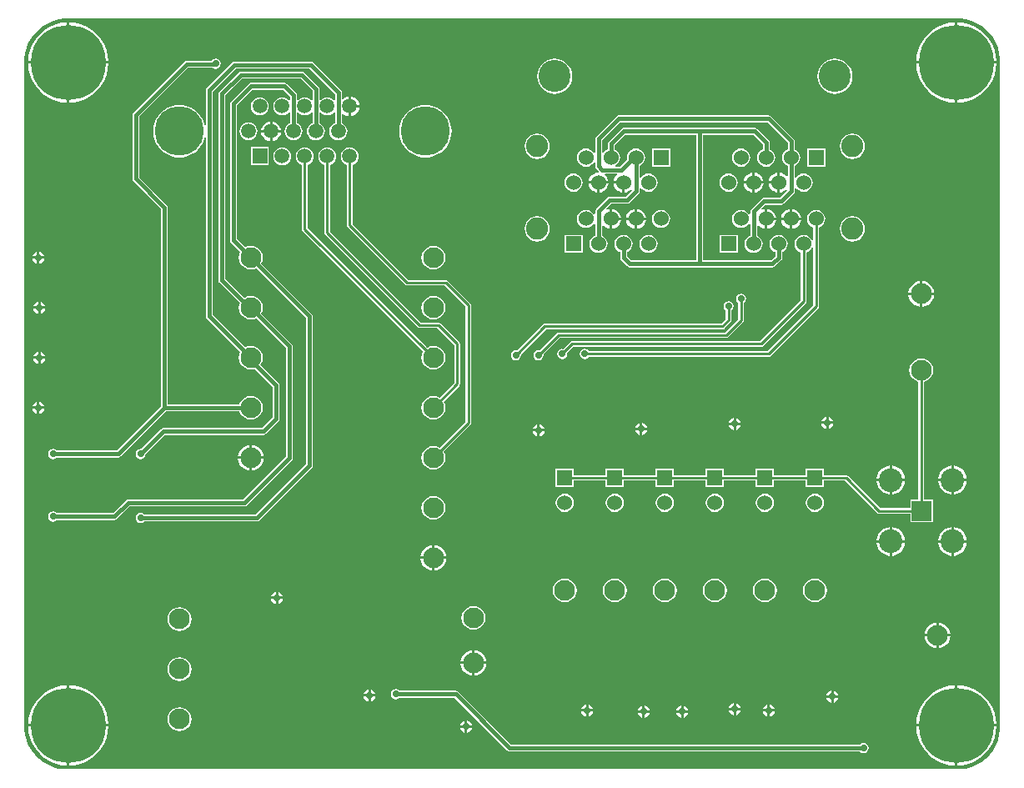
<source format=gbl>
G04*
G04 #@! TF.GenerationSoftware,Altium Limited,Altium Designer,19.1.8 (144)*
G04*
G04 Layer_Physical_Order=2*
G04 Layer_Color=16711680*
%FSLAX25Y25*%
%MOIN*%
G70*
G01*
G75*
%ADD10C,0.01000*%
%ADD13C,0.01500*%
%ADD37C,0.08268*%
%ADD38C,0.12795*%
%ADD39C,0.08858*%
%ADD40C,0.06000*%
%ADD41R,0.06000X0.06000*%
%ADD42C,0.05906*%
%ADD43R,0.05906X0.05906*%
%ADD44C,0.19685*%
%ADD45C,0.03000*%
%ADD46C,0.30000*%
%ADD47R,0.07874X0.07874*%
%ADD48C,0.09449*%
%ADD49R,0.06000X0.06000*%
%ADD50C,0.02800*%
G36*
X476324Y399709D02*
X478476Y399132D01*
X480535Y398280D01*
X482465Y397165D01*
X484233Y395809D01*
X485809Y394233D01*
X487165Y392465D01*
X488280Y390535D01*
X489132Y388476D01*
X489709Y386324D01*
X490000Y384114D01*
Y383000D01*
Y117000D01*
Y115886D01*
X489709Y113676D01*
X489132Y111524D01*
X488280Y109465D01*
X487165Y107535D01*
X485809Y105767D01*
X484233Y104191D01*
X482465Y102835D01*
X480535Y101720D01*
X478476Y100868D01*
X476324Y100291D01*
X474114Y100000D01*
X115886D01*
X113676Y100291D01*
X111524Y100868D01*
X109465Y101720D01*
X107535Y102835D01*
X105767Y104191D01*
X104191Y105767D01*
X102835Y107535D01*
X101720Y109465D01*
X100868Y111524D01*
X100291Y113676D01*
X100000Y115886D01*
Y117000D01*
Y383000D01*
Y384114D01*
X100291Y386324D01*
X100868Y388476D01*
X101720Y390535D01*
X102835Y392465D01*
X104191Y394233D01*
X105767Y395809D01*
X107535Y397165D01*
X109465Y398280D01*
X111524Y399132D01*
X113676Y399709D01*
X115886Y400000D01*
X474114D01*
X476324Y399709D01*
D02*
G37*
%LPC*%
G36*
X176500Y384039D02*
X175720Y383884D01*
X175058Y383442D01*
X174848Y383128D01*
X164751D01*
X164751Y383128D01*
X164225Y383023D01*
X163778Y382725D01*
X163778Y382724D01*
X143527Y362473D01*
X143228Y362027D01*
X143124Y361500D01*
Y336000D01*
X143228Y335473D01*
X143527Y335027D01*
X154624Y323930D01*
Y245070D01*
X136930Y227377D01*
X112986D01*
X112942Y227442D01*
X112280Y227884D01*
X111500Y228039D01*
X110720Y227884D01*
X110058Y227442D01*
X109616Y226780D01*
X109461Y226000D01*
X109616Y225220D01*
X110058Y224558D01*
X110720Y224116D01*
X111500Y223961D01*
X112280Y224116D01*
X112942Y224558D01*
X112986Y224623D01*
X137500D01*
X138027Y224728D01*
X138473Y225027D01*
X156570Y243124D01*
X185946D01*
X186365Y242113D01*
X187124Y241124D01*
X188113Y240365D01*
X189264Y239888D01*
X190500Y239725D01*
X191736Y239888D01*
X192887Y240365D01*
X193876Y241124D01*
X194635Y242113D01*
X195112Y243264D01*
X195275Y244500D01*
X195112Y245736D01*
X194635Y246887D01*
X193876Y247876D01*
X192887Y248635D01*
X191736Y249112D01*
X190500Y249275D01*
X189264Y249112D01*
X188113Y248635D01*
X187124Y247876D01*
X186365Y246887D01*
X185946Y245877D01*
X157376D01*
Y324500D01*
X157377Y324500D01*
X157272Y325027D01*
X156973Y325473D01*
X156973Y325473D01*
X145876Y336570D01*
Y360930D01*
X165321Y380375D01*
X175332D01*
X175720Y380116D01*
X176500Y379961D01*
X177280Y380116D01*
X177942Y380558D01*
X178384Y381220D01*
X178539Y382000D01*
X178384Y382780D01*
X177942Y383442D01*
X177280Y383884D01*
X176500Y384039D01*
D02*
G37*
G36*
X473000Y398510D02*
Y383000D01*
X488510D01*
X488352Y385011D01*
X487764Y387460D01*
X486800Y389786D01*
X485484Y391934D01*
X483849Y393849D01*
X481934Y395484D01*
X479786Y396800D01*
X477460Y397764D01*
X475011Y398352D01*
X473000Y398510D01*
D02*
G37*
G36*
X472000D02*
X469989Y398352D01*
X467540Y397764D01*
X465214Y396800D01*
X463066Y395484D01*
X461151Y393849D01*
X459516Y391934D01*
X458200Y389786D01*
X457236Y387460D01*
X456648Y385011D01*
X456490Y383000D01*
X472000D01*
Y398510D01*
D02*
G37*
G36*
X118000D02*
Y383000D01*
X133510D01*
X133352Y385011D01*
X132764Y387460D01*
X131800Y389786D01*
X130484Y391934D01*
X128849Y393849D01*
X126934Y395484D01*
X124786Y396800D01*
X122460Y397764D01*
X120011Y398352D01*
X118000Y398510D01*
D02*
G37*
G36*
X117000D02*
X114989Y398352D01*
X112540Y397764D01*
X110214Y396800D01*
X108066Y395484D01*
X106151Y393849D01*
X104516Y391934D01*
X103200Y389786D01*
X102236Y387460D01*
X101648Y385011D01*
X101490Y383000D01*
X117000D01*
Y398510D01*
D02*
G37*
G36*
X424000Y384034D02*
X422628Y383899D01*
X421308Y383499D01*
X420092Y382849D01*
X419026Y381974D01*
X418152Y380908D01*
X417502Y379692D01*
X417101Y378372D01*
X416966Y377000D01*
X417101Y375628D01*
X417502Y374308D01*
X418152Y373092D01*
X419026Y372026D01*
X420092Y371151D01*
X421308Y370501D01*
X422628Y370101D01*
X424000Y369966D01*
X425372Y370101D01*
X426692Y370501D01*
X427908Y371151D01*
X428974Y372026D01*
X429848Y373092D01*
X430498Y374308D01*
X430899Y375628D01*
X431034Y377000D01*
X430899Y378372D01*
X430498Y379692D01*
X429848Y380908D01*
X428974Y381974D01*
X427908Y382849D01*
X426692Y383499D01*
X425372Y383899D01*
X424000Y384034D01*
D02*
G37*
G36*
X312000D02*
X310628Y383899D01*
X309308Y383499D01*
X308092Y382849D01*
X307026Y381974D01*
X306152Y380908D01*
X305502Y379692D01*
X305101Y378372D01*
X304966Y377000D01*
X305101Y375628D01*
X305502Y374308D01*
X306152Y373092D01*
X307026Y372026D01*
X308092Y371151D01*
X309308Y370501D01*
X310628Y370101D01*
X312000Y369966D01*
X313372Y370101D01*
X314692Y370501D01*
X315908Y371151D01*
X316974Y372026D01*
X317848Y373092D01*
X318498Y374308D01*
X318899Y375628D01*
X319034Y377000D01*
X318899Y378372D01*
X318498Y379692D01*
X317848Y380908D01*
X316974Y381974D01*
X315908Y382849D01*
X314692Y383499D01*
X313372Y383899D01*
X312000Y384034D01*
D02*
G37*
G36*
X184000Y382876D02*
X183473Y382772D01*
X183027Y382473D01*
X183027Y382473D01*
X173027Y372473D01*
X172728Y372027D01*
X172624Y371500D01*
Y357329D01*
X172124Y357269D01*
X171891Y358237D01*
X171262Y359755D01*
X170403Y361157D01*
X169336Y362407D01*
X168086Y363474D01*
X166685Y364333D01*
X165166Y364962D01*
X163568Y365346D01*
X161929Y365475D01*
X160291Y365346D01*
X158692Y364962D01*
X157174Y364333D01*
X155772Y363474D01*
X154522Y362407D01*
X153455Y361157D01*
X152596Y359755D01*
X151967Y358237D01*
X151583Y356639D01*
X151454Y355000D01*
X151583Y353361D01*
X151967Y351763D01*
X152596Y350244D01*
X153455Y348843D01*
X154522Y347593D01*
X155772Y346526D01*
X157174Y345667D01*
X158692Y345038D01*
X160291Y344654D01*
X161929Y344525D01*
X163568Y344654D01*
X165166Y345038D01*
X166685Y345667D01*
X168086Y346526D01*
X169336Y347593D01*
X170403Y348843D01*
X171262Y350244D01*
X171891Y351763D01*
X172124Y352731D01*
X172624Y352671D01*
Y281000D01*
X172728Y280473D01*
X173027Y280027D01*
X186307Y266747D01*
X185888Y265736D01*
X185725Y264500D01*
X185888Y263264D01*
X186365Y262113D01*
X187124Y261124D01*
X188113Y260365D01*
X189264Y259888D01*
X190500Y259725D01*
X191736Y259888D01*
X192040Y260014D01*
X199124Y252930D01*
Y240570D01*
X194930Y236377D01*
X155500D01*
X154973Y236272D01*
X154527Y235973D01*
X146577Y228024D01*
X146500Y228039D01*
X145720Y227884D01*
X145058Y227442D01*
X144616Y226780D01*
X144461Y226000D01*
X144616Y225220D01*
X145058Y224558D01*
X145720Y224116D01*
X146500Y223961D01*
X147280Y224116D01*
X147942Y224558D01*
X148384Y225220D01*
X148539Y226000D01*
X148524Y226077D01*
X156070Y233624D01*
X195500D01*
X196027Y233728D01*
X196473Y234027D01*
X201473Y239027D01*
X201772Y239473D01*
X201876Y240000D01*
X201876Y240000D01*
Y253500D01*
X201876Y253500D01*
X201772Y254027D01*
X201473Y254473D01*
X201473Y254473D01*
X194287Y261659D01*
X194635Y262113D01*
X195112Y263264D01*
X195275Y264500D01*
X195112Y265736D01*
X194635Y266887D01*
X193876Y267876D01*
X192887Y268635D01*
X191736Y269112D01*
X190500Y269275D01*
X189264Y269112D01*
X188253Y268693D01*
X175376Y281570D01*
Y370930D01*
X184570Y380123D01*
X213930D01*
X224135Y369918D01*
Y367602D01*
X223635Y367432D01*
X223557Y367534D01*
X222815Y368103D01*
X221951Y368461D01*
X221024Y368583D01*
X220096Y368461D01*
X219232Y368103D01*
X218490Y367534D01*
X218412Y367432D01*
X217912Y367602D01*
Y371965D01*
X217807Y372491D01*
X217509Y372938D01*
X211973Y378473D01*
X211527Y378772D01*
X211000Y378876D01*
X186500D01*
X185973Y378772D01*
X185527Y378473D01*
X178027Y370973D01*
X177728Y370527D01*
X177624Y370000D01*
Y295500D01*
X177728Y294973D01*
X178027Y294527D01*
X186160Y286393D01*
X185888Y285736D01*
X185725Y284500D01*
X185888Y283264D01*
X186365Y282113D01*
X187124Y281124D01*
X188113Y280365D01*
X189264Y279888D01*
X190500Y279725D01*
X191736Y279888D01*
X192747Y280307D01*
X204624Y268430D01*
Y225070D01*
X187430Y207876D01*
X141500D01*
X140973Y207772D01*
X140527Y207473D01*
X140527Y207473D01*
X135430Y202376D01*
X112986D01*
X112942Y202442D01*
X112280Y202884D01*
X111500Y203039D01*
X110720Y202884D01*
X110058Y202442D01*
X109616Y201780D01*
X109461Y201000D01*
X109616Y200220D01*
X110058Y199558D01*
X110720Y199116D01*
X111500Y198961D01*
X112280Y199116D01*
X112942Y199558D01*
X112986Y199624D01*
X136000D01*
X136527Y199728D01*
X136973Y200027D01*
X142070Y205123D01*
X188000D01*
X188527Y205228D01*
X188973Y205527D01*
X206973Y223527D01*
X206973Y223527D01*
X207272Y223973D01*
X207377Y224500D01*
Y269000D01*
X207272Y269527D01*
X206973Y269973D01*
X194693Y282253D01*
X195112Y283264D01*
X195275Y284500D01*
X195112Y285736D01*
X194635Y286887D01*
X193876Y287876D01*
X192887Y288635D01*
X191736Y289112D01*
X190500Y289275D01*
X189264Y289112D01*
X188113Y288635D01*
X187942Y288504D01*
X180376Y296070D01*
Y369430D01*
X187070Y376123D01*
X210430D01*
X215159Y371394D01*
Y367602D01*
X214659Y367432D01*
X214581Y367534D01*
X213839Y368103D01*
X212975Y368461D01*
X212047Y368583D01*
X211120Y368461D01*
X210256Y368103D01*
X209513Y367534D01*
X209436Y367432D01*
X208935Y367602D01*
Y369441D01*
X208935Y369441D01*
X208831Y369968D01*
X208532Y370414D01*
X208532Y370414D01*
X204973Y373973D01*
X204527Y374272D01*
X204000Y374377D01*
X190500D01*
X189973Y374272D01*
X189527Y373973D01*
X189527Y373973D01*
X182527Y366973D01*
X182228Y366527D01*
X182124Y366000D01*
Y311500D01*
X182228Y310973D01*
X182527Y310527D01*
X186307Y306747D01*
X185888Y305736D01*
X185725Y304500D01*
X185888Y303264D01*
X186365Y302113D01*
X187124Y301124D01*
X188113Y300365D01*
X189264Y299888D01*
X190500Y299725D01*
X191736Y299888D01*
X192747Y300307D01*
X212624Y280430D01*
Y222070D01*
X192430Y201876D01*
X147986D01*
X147942Y201942D01*
X147280Y202384D01*
X146500Y202539D01*
X145720Y202384D01*
X145058Y201942D01*
X144616Y201280D01*
X144461Y200500D01*
X144616Y199720D01*
X145058Y199058D01*
X145720Y198616D01*
X146500Y198461D01*
X147280Y198616D01*
X147942Y199058D01*
X147986Y199124D01*
X193000D01*
X193527Y199228D01*
X193973Y199527D01*
X214973Y220527D01*
X214973Y220527D01*
X215272Y220973D01*
X215376Y221500D01*
Y281000D01*
X215272Y281527D01*
X214973Y281973D01*
X194693Y302253D01*
X195112Y303264D01*
X195275Y304500D01*
X195112Y305736D01*
X194635Y306887D01*
X193876Y307876D01*
X192887Y308635D01*
X191736Y309112D01*
X190500Y309275D01*
X189264Y309112D01*
X188253Y308693D01*
X184876Y312070D01*
Y365430D01*
X191070Y371623D01*
X203430D01*
X206183Y368871D01*
Y367602D01*
X205683Y367432D01*
X205605Y367534D01*
X204863Y368103D01*
X203998Y368461D01*
X203071Y368583D01*
X202143Y368461D01*
X201279Y368103D01*
X200537Y367534D01*
X199968Y366792D01*
X199609Y365927D01*
X199487Y365000D01*
X199609Y364073D01*
X199968Y363208D01*
X200537Y362466D01*
X201279Y361897D01*
X202143Y361539D01*
X203071Y361417D01*
X203998Y361539D01*
X204863Y361897D01*
X205605Y362466D01*
X205683Y362568D01*
X206183Y362398D01*
Y358275D01*
X205767Y358103D01*
X205025Y357534D01*
X204456Y356792D01*
X204098Y355927D01*
X203976Y355000D01*
X204098Y354073D01*
X204456Y353208D01*
X205025Y352466D01*
X205767Y351897D01*
X206632Y351539D01*
X207559Y351417D01*
X208487Y351539D01*
X209351Y351897D01*
X210093Y352466D01*
X210662Y353208D01*
X211020Y354073D01*
X211142Y355000D01*
X211020Y355927D01*
X210662Y356792D01*
X210093Y357534D01*
X209351Y358103D01*
X208935Y358275D01*
Y362398D01*
X209436Y362568D01*
X209513Y362466D01*
X210256Y361897D01*
X211120Y361539D01*
X212047Y361417D01*
X212975Y361539D01*
X213839Y361897D01*
X214581Y362466D01*
X214659Y362568D01*
X215159Y362398D01*
Y358275D01*
X214744Y358103D01*
X214002Y357534D01*
X213432Y356792D01*
X213074Y355927D01*
X212952Y355000D01*
X213074Y354073D01*
X213432Y353208D01*
X214002Y352466D01*
X214744Y351897D01*
X215608Y351539D01*
X216535Y351417D01*
X217463Y351539D01*
X218327Y351897D01*
X219069Y352466D01*
X219639Y353208D01*
X219997Y354073D01*
X220119Y355000D01*
X219997Y355927D01*
X219639Y356792D01*
X219069Y357534D01*
X218327Y358103D01*
X217912Y358275D01*
Y362398D01*
X218412Y362568D01*
X218490Y362466D01*
X219232Y361897D01*
X220096Y361539D01*
X221024Y361417D01*
X221951Y361539D01*
X222815Y361897D01*
X223557Y362466D01*
X223635Y362568D01*
X224135Y362398D01*
Y358275D01*
X223720Y358103D01*
X222978Y357534D01*
X222409Y356792D01*
X222050Y355927D01*
X221928Y355000D01*
X222050Y354073D01*
X222409Y353208D01*
X222978Y352466D01*
X223720Y351897D01*
X224584Y351539D01*
X225512Y351417D01*
X226439Y351539D01*
X227304Y351897D01*
X228046Y352466D01*
X228615Y353208D01*
X228973Y354073D01*
X229095Y355000D01*
X228973Y355927D01*
X228615Y356792D01*
X228046Y357534D01*
X227304Y358103D01*
X226888Y358275D01*
Y361775D01*
X227388Y362022D01*
X228007Y361547D01*
X228968Y361149D01*
X229500Y361079D01*
Y365000D01*
Y368921D01*
X228968Y368851D01*
X228007Y368453D01*
X227388Y367978D01*
X226888Y368225D01*
Y370488D01*
X226783Y371015D01*
X226485Y371462D01*
X215473Y382473D01*
X215027Y382772D01*
X214500Y382876D01*
X184000D01*
X184000Y382876D01*
D02*
G37*
G36*
X488510Y382000D02*
X473000D01*
Y366490D01*
X475011Y366648D01*
X477460Y367236D01*
X479786Y368200D01*
X481934Y369516D01*
X483849Y371151D01*
X485484Y373066D01*
X486800Y375214D01*
X487764Y377540D01*
X488352Y379989D01*
X488510Y382000D01*
D02*
G37*
G36*
X472000D02*
X456490D01*
X456648Y379989D01*
X457236Y377540D01*
X458200Y375214D01*
X459516Y373066D01*
X461151Y371151D01*
X463066Y369516D01*
X465214Y368200D01*
X467540Y367236D01*
X469989Y366648D01*
X472000Y366490D01*
Y382000D01*
D02*
G37*
G36*
X133510D02*
X118000D01*
Y366490D01*
X120011Y366648D01*
X122460Y367236D01*
X124786Y368200D01*
X126934Y369516D01*
X128849Y371151D01*
X130484Y373066D01*
X131800Y375214D01*
X132764Y377540D01*
X133352Y379989D01*
X133510Y382000D01*
D02*
G37*
G36*
X117000D02*
X101490D01*
X101648Y379989D01*
X102236Y377540D01*
X103200Y375214D01*
X104516Y373066D01*
X106151Y371151D01*
X108066Y369516D01*
X110214Y368200D01*
X112540Y367236D01*
X114989Y366648D01*
X117000Y366490D01*
Y382000D01*
D02*
G37*
G36*
X230500Y368921D02*
Y365500D01*
X233921D01*
X233851Y366032D01*
X233453Y366993D01*
X232819Y367819D01*
X231993Y368453D01*
X231032Y368851D01*
X230500Y368921D01*
D02*
G37*
G36*
X194095Y368583D02*
X193167Y368461D01*
X192303Y368103D01*
X191561Y367534D01*
X190991Y366792D01*
X190633Y365927D01*
X190511Y365000D01*
X190633Y364073D01*
X190991Y363208D01*
X191561Y362466D01*
X192303Y361897D01*
X193167Y361539D01*
X194095Y361417D01*
X195022Y361539D01*
X195886Y361897D01*
X196628Y362466D01*
X197198Y363208D01*
X197556Y364073D01*
X197678Y365000D01*
X197556Y365927D01*
X197198Y366792D01*
X196628Y367534D01*
X195886Y368103D01*
X195022Y368461D01*
X194095Y368583D01*
D02*
G37*
G36*
X233921Y364500D02*
X230500D01*
Y361079D01*
X231032Y361149D01*
X231993Y361547D01*
X232819Y362181D01*
X233453Y363007D01*
X233851Y363968D01*
X233921Y364500D01*
D02*
G37*
G36*
X199083Y358921D02*
Y355500D01*
X202504D01*
X202434Y356032D01*
X202035Y356993D01*
X201402Y357819D01*
X200576Y358453D01*
X199615Y358851D01*
X199083Y358921D01*
D02*
G37*
G36*
X198083Y358921D02*
X197551Y358851D01*
X196589Y358453D01*
X195764Y357819D01*
X195130Y356993D01*
X194732Y356032D01*
X194662Y355500D01*
X198083D01*
Y358921D01*
D02*
G37*
G36*
X189606Y358583D02*
X188679Y358461D01*
X187815Y358103D01*
X187072Y357534D01*
X186503Y356792D01*
X186145Y355927D01*
X186023Y355000D01*
X186145Y354073D01*
X186503Y353208D01*
X187072Y352466D01*
X187815Y351897D01*
X188679Y351539D01*
X189606Y351417D01*
X190534Y351539D01*
X191398Y351897D01*
X192140Y352466D01*
X192710Y353208D01*
X193068Y354073D01*
X193190Y355000D01*
X193068Y355927D01*
X192710Y356792D01*
X192140Y357534D01*
X191398Y358103D01*
X190534Y358461D01*
X189606Y358583D01*
D02*
G37*
G36*
X202504Y354500D02*
X199083D01*
Y351079D01*
X199615Y351149D01*
X200576Y351547D01*
X201402Y352181D01*
X202035Y353007D01*
X202434Y353968D01*
X202504Y354500D01*
D02*
G37*
G36*
X198083D02*
X194662D01*
X194732Y353968D01*
X195130Y353007D01*
X195764Y352181D01*
X196589Y351547D01*
X197551Y351149D01*
X198083Y351079D01*
Y354500D01*
D02*
G37*
G36*
X260315Y365475D02*
X258676Y365346D01*
X257078Y364962D01*
X255559Y364333D01*
X254158Y363474D01*
X252908Y362407D01*
X251841Y361157D01*
X250982Y359755D01*
X250353Y358237D01*
X249969Y356639D01*
X249840Y355000D01*
X249969Y353361D01*
X250353Y351763D01*
X250982Y350244D01*
X251841Y348843D01*
X252908Y347593D01*
X254158Y346526D01*
X255559Y345667D01*
X257078Y345038D01*
X258676Y344654D01*
X260315Y344525D01*
X261954Y344654D01*
X263552Y345038D01*
X265070Y345667D01*
X266472Y346526D01*
X267722Y347593D01*
X268789Y348843D01*
X269648Y350244D01*
X270277Y351763D01*
X270661Y353361D01*
X270790Y355000D01*
X270661Y356639D01*
X270277Y358237D01*
X269648Y359755D01*
X268789Y361157D01*
X267722Y362407D01*
X266472Y363474D01*
X265070Y364333D01*
X263552Y364962D01*
X261954Y365346D01*
X260315Y365475D01*
D02*
G37*
G36*
X431000Y354072D02*
X429687Y353900D01*
X428464Y353393D01*
X427413Y352587D01*
X426607Y351536D01*
X426100Y350313D01*
X425927Y349000D01*
X426100Y347687D01*
X426607Y346464D01*
X427413Y345413D01*
X428464Y344607D01*
X429687Y344100D01*
X431000Y343928D01*
X432313Y344100D01*
X433536Y344607D01*
X434587Y345413D01*
X435393Y346464D01*
X435900Y347687D01*
X436072Y349000D01*
X435900Y350313D01*
X435393Y351536D01*
X434587Y352587D01*
X433536Y353393D01*
X432313Y353900D01*
X431000Y354072D01*
D02*
G37*
G36*
X305000D02*
X303687Y353900D01*
X302464Y353393D01*
X301413Y352587D01*
X300607Y351536D01*
X300100Y350313D01*
X299927Y349000D01*
X300100Y347687D01*
X300607Y346464D01*
X301413Y345413D01*
X302464Y344607D01*
X303687Y344100D01*
X305000Y343928D01*
X306313Y344100D01*
X307536Y344607D01*
X308587Y345413D01*
X309393Y346464D01*
X309900Y347687D01*
X310072Y349000D01*
X309900Y350313D01*
X309393Y351536D01*
X308587Y352587D01*
X307536Y353393D01*
X306313Y353900D01*
X305000Y354072D01*
D02*
G37*
G36*
X197726Y348710D02*
X190621D01*
Y341605D01*
X197726D01*
Y348710D01*
D02*
G37*
G36*
X203071Y348583D02*
X202143Y348461D01*
X201279Y348103D01*
X200537Y347534D01*
X199968Y346792D01*
X199609Y345927D01*
X199487Y345000D01*
X199609Y344073D01*
X199968Y343208D01*
X200537Y342466D01*
X201279Y341897D01*
X202143Y341539D01*
X203071Y341417D01*
X203998Y341539D01*
X204863Y341897D01*
X205605Y342466D01*
X206174Y343208D01*
X206532Y344073D01*
X206654Y345000D01*
X206532Y345927D01*
X206174Y346792D01*
X205605Y347534D01*
X204863Y348103D01*
X203998Y348461D01*
X203071Y348583D01*
D02*
G37*
G36*
X420100Y348100D02*
X412900D01*
Y340900D01*
X420100D01*
Y348100D01*
D02*
G37*
G36*
X358100D02*
X350900D01*
Y340900D01*
X358100D01*
Y348100D01*
D02*
G37*
G36*
X386500Y348131D02*
X385560Y348007D01*
X384684Y347645D01*
X383932Y347067D01*
X383355Y346316D01*
X382993Y345440D01*
X382869Y344500D01*
X382993Y343560D01*
X383355Y342685D01*
X383932Y341933D01*
X384684Y341355D01*
X385560Y340993D01*
X386500Y340869D01*
X387440Y340993D01*
X388316Y341355D01*
X389068Y341933D01*
X389645Y342685D01*
X390007Y343560D01*
X390131Y344500D01*
X390007Y345440D01*
X389645Y346316D01*
X389068Y347067D01*
X388316Y347645D01*
X387440Y348007D01*
X386500Y348131D01*
D02*
G37*
G36*
X337500Y361377D02*
X336973Y361272D01*
X336527Y360973D01*
X328527Y352973D01*
X328228Y352527D01*
X328123Y352000D01*
Y346568D01*
X327676Y346340D01*
X327624Y346343D01*
X327067Y347067D01*
X326315Y347645D01*
X325440Y348007D01*
X324500Y348131D01*
X323560Y348007D01*
X322685Y347645D01*
X321933Y347067D01*
X321355Y346316D01*
X320993Y345440D01*
X320869Y344500D01*
X320993Y343560D01*
X321355Y342685D01*
X321933Y341933D01*
X322685Y341355D01*
X323560Y340993D01*
X324500Y340869D01*
X325440Y340993D01*
X326315Y341355D01*
X327067Y341933D01*
X327624Y342657D01*
X327676Y342660D01*
X328123Y342432D01*
Y341000D01*
X328228Y340473D01*
X328527Y340027D01*
X329532Y339021D01*
X329526Y338934D01*
X329334Y338513D01*
X328456Y338397D01*
X327483Y337994D01*
X326647Y337353D01*
X326006Y336517D01*
X325603Y335544D01*
X325531Y335000D01*
X329500D01*
X333469D01*
X333397Y335544D01*
X332994Y336517D01*
X332353Y337353D01*
X332000Y337624D01*
X332170Y338123D01*
X336830D01*
X337000Y337624D01*
X336647Y337353D01*
X336006Y336517D01*
X335603Y335544D01*
X335531Y335000D01*
X339500D01*
Y334500D01*
X340000D01*
Y330531D01*
X340544Y330603D01*
X341517Y331006D01*
X342353Y331647D01*
X342355Y331649D01*
X342891Y331527D01*
X342923Y331370D01*
X340430Y328876D01*
X334000D01*
X333473Y328772D01*
X333027Y328473D01*
X328527Y323973D01*
X328228Y323527D01*
X328123Y323000D01*
Y322068D01*
X327676Y321840D01*
X327624Y321843D01*
X327067Y322568D01*
X326315Y323145D01*
X325440Y323507D01*
X324500Y323631D01*
X323560Y323507D01*
X322685Y323145D01*
X321933Y322568D01*
X321355Y321815D01*
X320993Y320940D01*
X320869Y320000D01*
X320993Y319060D01*
X321355Y318184D01*
X321933Y317432D01*
X322685Y316855D01*
X323560Y316493D01*
X324500Y316369D01*
X325440Y316493D01*
X326315Y316855D01*
X327067Y317432D01*
X327624Y318157D01*
X327676Y318160D01*
X328123Y317932D01*
Y313327D01*
X327684Y313145D01*
X326933Y312567D01*
X326355Y311816D01*
X325993Y310940D01*
X325869Y310000D01*
X325993Y309060D01*
X326355Y308185D01*
X326933Y307433D01*
X327684Y306855D01*
X328560Y306493D01*
X329500Y306369D01*
X330440Y306493D01*
X331315Y306855D01*
X332067Y307433D01*
X332645Y308185D01*
X333007Y309060D01*
X333131Y310000D01*
X333007Y310940D01*
X332645Y311816D01*
X332067Y312567D01*
X331315Y313145D01*
X330876Y313327D01*
Y317330D01*
X331377Y317500D01*
X331647Y317147D01*
X332483Y316506D01*
X333456Y316103D01*
X334000Y316031D01*
Y320000D01*
Y323969D01*
X333456Y323897D01*
X332764Y323611D01*
X332481Y324035D01*
X334570Y326123D01*
X341000D01*
X341527Y326228D01*
X341973Y326527D01*
X345473Y330027D01*
X345772Y330473D01*
X345877Y331000D01*
X345877Y331000D01*
Y332432D01*
X346324Y332660D01*
X346376Y332657D01*
X346933Y331932D01*
X347685Y331355D01*
X348560Y330993D01*
X349500Y330869D01*
X350440Y330993D01*
X351315Y331355D01*
X352067Y331932D01*
X352645Y332684D01*
X353007Y333560D01*
X353131Y334500D01*
X353007Y335440D01*
X352645Y336315D01*
X352067Y337068D01*
X351315Y337645D01*
X350440Y338007D01*
X349500Y338131D01*
X348560Y338007D01*
X347685Y337645D01*
X346933Y337068D01*
X346376Y336343D01*
X346324Y336340D01*
X345877Y336568D01*
Y341174D01*
X346316Y341355D01*
X347067Y341933D01*
X347645Y342685D01*
X348007Y343560D01*
X348131Y344500D01*
X348007Y345440D01*
X347645Y346316D01*
X347067Y347067D01*
X346316Y347645D01*
X345440Y348007D01*
X344500Y348131D01*
X343560Y348007D01*
X342685Y347645D01*
X341933Y347067D01*
X341355Y346316D01*
X340993Y345440D01*
X340869Y344500D01*
X340949Y343895D01*
X337930Y340877D01*
X336568D01*
X336340Y341324D01*
X336343Y341376D01*
X337068Y341933D01*
X337645Y342685D01*
X338007Y343560D01*
X338131Y344500D01*
X338007Y345440D01*
X337645Y346316D01*
X337068Y347067D01*
X336315Y347645D01*
X335876Y347827D01*
Y349430D01*
X340070Y353624D01*
X368623D01*
Y303377D01*
X342570D01*
X340877Y305070D01*
Y306674D01*
X341316Y306855D01*
X342068Y307433D01*
X342645Y308185D01*
X343007Y309060D01*
X343131Y310000D01*
X343007Y310940D01*
X342645Y311816D01*
X342068Y312567D01*
X341316Y313145D01*
X340440Y313507D01*
X339500Y313631D01*
X338560Y313507D01*
X337684Y313145D01*
X336932Y312567D01*
X336355Y311816D01*
X335993Y310940D01*
X335869Y310000D01*
X335993Y309060D01*
X336355Y308185D01*
X336932Y307433D01*
X337684Y306855D01*
X338123Y306674D01*
Y304500D01*
X338228Y303973D01*
X338527Y303527D01*
X341027Y301027D01*
X341027Y301027D01*
X341473Y300728D01*
X342000Y300623D01*
X370500D01*
X370500Y300623D01*
X370500Y300623D01*
X399000D01*
X399527Y300728D01*
X399973Y301027D01*
X402473Y303527D01*
X402473Y303527D01*
X402772Y303973D01*
X402877Y304500D01*
Y306674D01*
X403315Y306855D01*
X404068Y307433D01*
X404645Y308185D01*
X405007Y309060D01*
X405131Y310000D01*
X405007Y310940D01*
X404645Y311816D01*
X404068Y312567D01*
X403315Y313145D01*
X402440Y313507D01*
X401500Y313631D01*
X400560Y313507D01*
X399685Y313145D01*
X398933Y312567D01*
X398355Y311816D01*
X397993Y310940D01*
X397869Y310000D01*
X397993Y309060D01*
X398355Y308185D01*
X398933Y307433D01*
X399685Y306855D01*
X400124Y306674D01*
Y305070D01*
X398430Y303377D01*
X371376D01*
Y353624D01*
X391430D01*
X395124Y349930D01*
Y347827D01*
X394685Y347645D01*
X393933Y347067D01*
X393355Y346316D01*
X392993Y345440D01*
X392869Y344500D01*
X392993Y343560D01*
X393355Y342685D01*
X393933Y341933D01*
X394685Y341355D01*
X395560Y340993D01*
X396500Y340869D01*
X397440Y340993D01*
X398316Y341355D01*
X399067Y341933D01*
X399645Y342685D01*
X400007Y343560D01*
X400131Y344500D01*
X400007Y345440D01*
X399645Y346316D01*
X399067Y347067D01*
X398316Y347645D01*
X397877Y347827D01*
Y350500D01*
X397772Y351027D01*
X397473Y351473D01*
X392973Y355973D01*
X392527Y356272D01*
X392000Y356377D01*
X339500D01*
X339500Y356377D01*
X338973Y356272D01*
X338527Y355973D01*
X333527Y350973D01*
X333228Y350527D01*
X333123Y350000D01*
Y347827D01*
X332684Y347645D01*
X331932Y347067D01*
X331377Y346343D01*
X331324Y346340D01*
X330876Y346568D01*
Y351430D01*
X338070Y358624D01*
X396930D01*
X405124Y350430D01*
Y347827D01*
X404684Y347645D01*
X403933Y347067D01*
X403355Y346316D01*
X402993Y345440D01*
X402869Y344500D01*
X402993Y343560D01*
X403355Y342685D01*
X403933Y341933D01*
X404684Y341355D01*
X405124Y341174D01*
Y337170D01*
X404624Y337000D01*
X404353Y337353D01*
X403517Y337994D01*
X402544Y338397D01*
X402000Y338469D01*
Y334500D01*
Y330531D01*
X402544Y330603D01*
X403517Y331006D01*
X404353Y331647D01*
X404355Y331649D01*
X404891Y331527D01*
X404923Y331370D01*
X401930Y328377D01*
X395500D01*
X394973Y328272D01*
X394527Y327973D01*
X394527Y327973D01*
X390527Y323973D01*
X390228Y323527D01*
X390124Y323000D01*
Y322068D01*
X389676Y321840D01*
X389623Y321843D01*
X389068Y322568D01*
X388316Y323145D01*
X387440Y323507D01*
X386500Y323631D01*
X385560Y323507D01*
X384684Y323145D01*
X383932Y322568D01*
X383355Y321815D01*
X382993Y320940D01*
X382869Y320000D01*
X382993Y319060D01*
X383355Y318184D01*
X383932Y317432D01*
X384684Y316855D01*
X385560Y316493D01*
X386500Y316369D01*
X387440Y316493D01*
X388316Y316855D01*
X389068Y317432D01*
X389623Y318157D01*
X389676Y318160D01*
X390124Y317932D01*
Y313327D01*
X389685Y313145D01*
X388932Y312567D01*
X388355Y311816D01*
X387993Y310940D01*
X387869Y310000D01*
X387993Y309060D01*
X388355Y308185D01*
X388932Y307433D01*
X389685Y306855D01*
X390560Y306493D01*
X391500Y306369D01*
X392440Y306493D01*
X393316Y306855D01*
X394068Y307433D01*
X394645Y308185D01*
X395007Y309060D01*
X395131Y310000D01*
X395007Y310940D01*
X394645Y311816D01*
X394068Y312567D01*
X393316Y313145D01*
X392877Y313327D01*
Y317330D01*
X393376Y317500D01*
X393647Y317147D01*
X394483Y316506D01*
X395456Y316103D01*
X396000Y316031D01*
Y320000D01*
Y323969D01*
X395456Y323897D01*
X394764Y323611D01*
X394481Y324035D01*
X396070Y325623D01*
X402500D01*
X403027Y325728D01*
X403473Y326027D01*
X407473Y330027D01*
X407473Y330027D01*
X407772Y330473D01*
X407876Y331000D01*
Y332432D01*
X408324Y332660D01*
X408377Y332657D01*
X408932Y331932D01*
X409685Y331355D01*
X410560Y330993D01*
X411500Y330869D01*
X412440Y330993D01*
X413315Y331355D01*
X414068Y331932D01*
X414645Y332684D01*
X415007Y333560D01*
X415131Y334500D01*
X415007Y335440D01*
X414645Y336315D01*
X414068Y337068D01*
X413315Y337645D01*
X412440Y338007D01*
X411500Y338131D01*
X410560Y338007D01*
X409685Y337645D01*
X408932Y337068D01*
X408377Y336343D01*
X408324Y336340D01*
X407876Y336568D01*
Y341174D01*
X408316Y341355D01*
X409067Y341933D01*
X409645Y342685D01*
X410007Y343560D01*
X410131Y344500D01*
X410007Y345440D01*
X409645Y346316D01*
X409067Y347067D01*
X408316Y347645D01*
X407876Y347827D01*
Y351000D01*
X407772Y351527D01*
X407473Y351973D01*
X398473Y360973D01*
X398027Y361272D01*
X397500Y361377D01*
X337500D01*
X337500Y361377D01*
D02*
G37*
G36*
X392000Y338469D02*
Y335000D01*
X395469D01*
X395397Y335544D01*
X394994Y336517D01*
X394353Y337353D01*
X393517Y337994D01*
X392544Y338397D01*
X392000Y338469D01*
D02*
G37*
G36*
X401000D02*
X400456Y338397D01*
X399483Y337994D01*
X398647Y337353D01*
X398006Y336517D01*
X397603Y335544D01*
X397531Y335000D01*
X401000D01*
Y338469D01*
D02*
G37*
G36*
X391000D02*
X390456Y338397D01*
X389483Y337994D01*
X388647Y337353D01*
X388006Y336517D01*
X387603Y335544D01*
X387531Y335000D01*
X391000D01*
Y338469D01*
D02*
G37*
G36*
X381500Y338131D02*
X380560Y338007D01*
X379684Y337645D01*
X378932Y337068D01*
X378355Y336315D01*
X377993Y335440D01*
X377869Y334500D01*
X377993Y333560D01*
X378355Y332684D01*
X378932Y331932D01*
X379684Y331355D01*
X380560Y330993D01*
X381500Y330869D01*
X382440Y330993D01*
X383315Y331355D01*
X384068Y331932D01*
X384645Y332684D01*
X385007Y333560D01*
X385131Y334500D01*
X385007Y335440D01*
X384645Y336315D01*
X384068Y337068D01*
X383315Y337645D01*
X382440Y338007D01*
X381500Y338131D01*
D02*
G37*
G36*
X319500D02*
X318560Y338007D01*
X317685Y337645D01*
X316933Y337068D01*
X316355Y336315D01*
X315993Y335440D01*
X315869Y334500D01*
X315993Y333560D01*
X316355Y332684D01*
X316933Y331932D01*
X317685Y331355D01*
X318560Y330993D01*
X319500Y330869D01*
X320440Y330993D01*
X321316Y331355D01*
X322067Y331932D01*
X322645Y332684D01*
X323007Y333560D01*
X323131Y334500D01*
X323007Y335440D01*
X322645Y336315D01*
X322067Y337068D01*
X321316Y337645D01*
X320440Y338007D01*
X319500Y338131D01*
D02*
G37*
G36*
X395469Y334000D02*
X392000D01*
Y330531D01*
X392544Y330603D01*
X393517Y331006D01*
X394353Y331647D01*
X394994Y332483D01*
X395397Y333456D01*
X395469Y334000D01*
D02*
G37*
G36*
X333469D02*
X330000D01*
Y330531D01*
X330544Y330603D01*
X331517Y331006D01*
X332353Y331647D01*
X332994Y332483D01*
X333397Y333456D01*
X333469Y334000D01*
D02*
G37*
G36*
X401000D02*
X397531D01*
X397603Y333456D01*
X398006Y332483D01*
X398647Y331647D01*
X399483Y331006D01*
X400456Y330603D01*
X401000Y330531D01*
Y334000D01*
D02*
G37*
G36*
X391000D02*
X387531D01*
X387603Y333456D01*
X388006Y332483D01*
X388647Y331647D01*
X389483Y331006D01*
X390456Y330603D01*
X391000Y330531D01*
Y334000D01*
D02*
G37*
G36*
X339000D02*
X335531D01*
X335603Y333456D01*
X336006Y332483D01*
X336647Y331647D01*
X337483Y331006D01*
X338456Y330603D01*
X339000Y330531D01*
Y334000D01*
D02*
G37*
G36*
X329000D02*
X325531D01*
X325603Y333456D01*
X326006Y332483D01*
X326647Y331647D01*
X327483Y331006D01*
X328456Y330603D01*
X329000Y330531D01*
Y334000D01*
D02*
G37*
G36*
X397000Y323969D02*
Y320500D01*
X400469D01*
X400397Y321044D01*
X399994Y322017D01*
X399353Y322853D01*
X398517Y323494D01*
X397544Y323897D01*
X397000Y323969D01*
D02*
G37*
G36*
X335000D02*
Y320500D01*
X338469D01*
X338397Y321044D01*
X337994Y322017D01*
X337353Y322853D01*
X336517Y323494D01*
X335544Y323897D01*
X335000Y323969D01*
D02*
G37*
G36*
X407000D02*
Y320500D01*
X410469D01*
X410397Y321044D01*
X409994Y322017D01*
X409353Y322853D01*
X408517Y323494D01*
X407544Y323897D01*
X407000Y323969D01*
D02*
G37*
G36*
X345000D02*
Y320500D01*
X348469D01*
X348397Y321044D01*
X347994Y322017D01*
X347353Y322853D01*
X346517Y323494D01*
X345544Y323897D01*
X345000Y323969D01*
D02*
G37*
G36*
X406000D02*
X405456Y323897D01*
X404483Y323494D01*
X403647Y322853D01*
X403006Y322017D01*
X402603Y321044D01*
X402531Y320500D01*
X406000D01*
Y323969D01*
D02*
G37*
G36*
X344000D02*
X343456Y323897D01*
X342483Y323494D01*
X341647Y322853D01*
X341006Y322017D01*
X340603Y321044D01*
X340531Y320500D01*
X344000D01*
Y323969D01*
D02*
G37*
G36*
X354500Y323631D02*
X353560Y323507D01*
X352684Y323145D01*
X351933Y322568D01*
X351355Y321815D01*
X350993Y320940D01*
X350869Y320000D01*
X350993Y319060D01*
X351355Y318184D01*
X351933Y317432D01*
X352684Y316855D01*
X353560Y316493D01*
X354500Y316369D01*
X355440Y316493D01*
X356315Y316855D01*
X357067Y317432D01*
X357645Y318184D01*
X358007Y319060D01*
X358131Y320000D01*
X358007Y320940D01*
X357645Y321815D01*
X357067Y322568D01*
X356315Y323145D01*
X355440Y323507D01*
X354500Y323631D01*
D02*
G37*
G36*
X338469Y319500D02*
X335000D01*
Y316031D01*
X335544Y316103D01*
X336517Y316506D01*
X337353Y317147D01*
X337994Y317983D01*
X338397Y318956D01*
X338469Y319500D01*
D02*
G37*
G36*
X410469D02*
X407000D01*
Y316031D01*
X407544Y316103D01*
X408517Y316506D01*
X409353Y317147D01*
X409994Y317983D01*
X410397Y318956D01*
X410469Y319500D01*
D02*
G37*
G36*
X400469D02*
X397000D01*
Y316031D01*
X397544Y316103D01*
X398517Y316506D01*
X399353Y317147D01*
X399994Y317983D01*
X400397Y318956D01*
X400469Y319500D01*
D02*
G37*
G36*
X348469D02*
X345000D01*
Y316031D01*
X345544Y316103D01*
X346517Y316506D01*
X347353Y317147D01*
X347994Y317983D01*
X348397Y318956D01*
X348469Y319500D01*
D02*
G37*
G36*
X406000D02*
X402531D01*
X402603Y318956D01*
X403006Y317983D01*
X403647Y317147D01*
X404483Y316506D01*
X405456Y316103D01*
X406000Y316031D01*
Y319500D01*
D02*
G37*
G36*
X344000D02*
X340531D01*
X340603Y318956D01*
X341006Y317983D01*
X341647Y317147D01*
X342483Y316506D01*
X343456Y316103D01*
X344000Y316031D01*
Y319500D01*
D02*
G37*
G36*
X416500Y323631D02*
X415560Y323507D01*
X414684Y323145D01*
X413932Y322568D01*
X413355Y321815D01*
X412993Y320940D01*
X412869Y320000D01*
X412993Y319060D01*
X413355Y318184D01*
X413932Y317432D01*
X414684Y316855D01*
X415378Y316568D01*
Y311350D01*
X414878Y311251D01*
X414645Y311816D01*
X414068Y312567D01*
X413315Y313145D01*
X412440Y313507D01*
X411500Y313631D01*
X410560Y313507D01*
X409685Y313145D01*
X408932Y312567D01*
X408355Y311816D01*
X407993Y310940D01*
X407869Y310000D01*
X407993Y309060D01*
X408355Y308185D01*
X408932Y307433D01*
X409685Y306855D01*
X410378Y306568D01*
Y287465D01*
X394035Y271122D01*
X319000D01*
X318571Y271036D01*
X318207Y270793D01*
X318207Y270793D01*
X315378Y267964D01*
X315000Y268039D01*
X314220Y267884D01*
X313558Y267442D01*
X313116Y266780D01*
X312961Y266000D01*
X313116Y265220D01*
X313558Y264558D01*
X314220Y264116D01*
X315000Y263961D01*
X315780Y264116D01*
X316442Y264558D01*
X316884Y265220D01*
X317039Y266000D01*
X316964Y266378D01*
X319465Y268879D01*
X394500D01*
X394500Y268878D01*
X394929Y268964D01*
X395293Y269207D01*
X412293Y286207D01*
X412536Y286571D01*
X412622Y287000D01*
X412622Y287000D01*
Y306568D01*
X413315Y306855D01*
X414068Y307433D01*
X414645Y308185D01*
X414878Y308749D01*
X415378Y308650D01*
Y285465D01*
X397035Y267122D01*
X325656D01*
X325442Y267442D01*
X324780Y267884D01*
X324000Y268039D01*
X323220Y267884D01*
X322558Y267442D01*
X322116Y266780D01*
X321961Y266000D01*
X322116Y265220D01*
X322558Y264558D01*
X323220Y264116D01*
X324000Y263961D01*
X324780Y264116D01*
X325442Y264558D01*
X325656Y264879D01*
X397500D01*
X397500Y264878D01*
X397929Y264964D01*
X398293Y265207D01*
X417293Y284207D01*
X417293Y284207D01*
X417536Y284571D01*
X417622Y285000D01*
X417622Y285000D01*
Y316568D01*
X418316Y316855D01*
X419068Y317432D01*
X419645Y318184D01*
X420007Y319060D01*
X420131Y320000D01*
X420007Y320940D01*
X419645Y321815D01*
X419068Y322568D01*
X418316Y323145D01*
X417440Y323507D01*
X416500Y323631D01*
D02*
G37*
G36*
X431000Y321073D02*
X429687Y320900D01*
X428464Y320393D01*
X427413Y319587D01*
X426607Y318536D01*
X426100Y317313D01*
X425927Y316000D01*
X426100Y314687D01*
X426607Y313464D01*
X427413Y312413D01*
X428464Y311607D01*
X429687Y311100D01*
X431000Y310928D01*
X432313Y311100D01*
X433536Y311607D01*
X434587Y312413D01*
X435393Y313464D01*
X435900Y314687D01*
X436072Y316000D01*
X435900Y317313D01*
X435393Y318536D01*
X434587Y319587D01*
X433536Y320393D01*
X432313Y320900D01*
X431000Y321073D01*
D02*
G37*
G36*
X305000D02*
X303687Y320900D01*
X302464Y320393D01*
X301413Y319587D01*
X300607Y318536D01*
X300100Y317313D01*
X299927Y316000D01*
X300100Y314687D01*
X300607Y313464D01*
X301413Y312413D01*
X302464Y311607D01*
X303687Y311100D01*
X305000Y310928D01*
X306313Y311100D01*
X307536Y311607D01*
X308587Y312413D01*
X309393Y313464D01*
X309900Y314687D01*
X310072Y316000D01*
X309900Y317313D01*
X309393Y318536D01*
X308587Y319587D01*
X307536Y320393D01*
X306313Y320900D01*
X305000Y321073D01*
D02*
G37*
G36*
X385100Y313600D02*
X377900D01*
Y306400D01*
X385100D01*
Y313600D01*
D02*
G37*
G36*
X323100D02*
X315900D01*
Y306400D01*
X323100D01*
Y313600D01*
D02*
G37*
G36*
X349500Y313631D02*
X348560Y313507D01*
X347685Y313145D01*
X346933Y312567D01*
X346355Y311816D01*
X345993Y310940D01*
X345869Y310000D01*
X345993Y309060D01*
X346355Y308185D01*
X346933Y307433D01*
X347685Y306855D01*
X348560Y306493D01*
X349500Y306369D01*
X350440Y306493D01*
X351315Y306855D01*
X352067Y307433D01*
X352645Y308185D01*
X353007Y309060D01*
X353131Y310000D01*
X353007Y310940D01*
X352645Y311816D01*
X352067Y312567D01*
X351315Y313145D01*
X350440Y313507D01*
X349500Y313631D01*
D02*
G37*
G36*
X106000Y306848D02*
Y305000D01*
X107848D01*
X107761Y305436D01*
X107230Y306230D01*
X106436Y306761D01*
X106000Y306848D01*
D02*
G37*
G36*
X105000D02*
X104564Y306761D01*
X103770Y306230D01*
X103239Y305436D01*
X103152Y305000D01*
X105000D01*
Y306848D01*
D02*
G37*
G36*
X107848Y304000D02*
X106000D01*
Y302152D01*
X106436Y302239D01*
X107230Y302770D01*
X107761Y303564D01*
X107848Y304000D01*
D02*
G37*
G36*
X105000D02*
X103152D01*
X103239Y303564D01*
X103770Y302770D01*
X104564Y302239D01*
X105000Y302152D01*
Y304000D01*
D02*
G37*
G36*
X263500Y309275D02*
X262264Y309112D01*
X261113Y308635D01*
X260124Y307876D01*
X259365Y306887D01*
X258888Y305736D01*
X258725Y304500D01*
X258888Y303264D01*
X259365Y302113D01*
X260124Y301124D01*
X261113Y300365D01*
X262264Y299888D01*
X263500Y299725D01*
X264736Y299888D01*
X265887Y300365D01*
X266876Y301124D01*
X267635Y302113D01*
X268112Y303264D01*
X268275Y304500D01*
X268112Y305736D01*
X267635Y306887D01*
X266876Y307876D01*
X265887Y308635D01*
X264736Y309112D01*
X263500Y309275D01*
D02*
G37*
G36*
X459000Y295112D02*
Y290500D01*
X463612D01*
X463502Y291340D01*
X462984Y292589D01*
X462161Y293661D01*
X461089Y294484D01*
X459840Y295002D01*
X459000Y295112D01*
D02*
G37*
G36*
X458000D02*
X457160Y295002D01*
X455911Y294484D01*
X454839Y293661D01*
X454016Y292589D01*
X453498Y291340D01*
X453388Y290500D01*
X458000D01*
Y295112D01*
D02*
G37*
G36*
X106500Y286848D02*
Y285000D01*
X108348D01*
X108261Y285436D01*
X107730Y286230D01*
X106936Y286761D01*
X106500Y286848D01*
D02*
G37*
G36*
X105500D02*
X105064Y286761D01*
X104270Y286230D01*
X103739Y285436D01*
X103652Y285000D01*
X105500D01*
Y286848D01*
D02*
G37*
G36*
X463612Y289500D02*
X459000D01*
Y284888D01*
X459840Y284998D01*
X461089Y285516D01*
X462161Y286338D01*
X462984Y287411D01*
X463502Y288660D01*
X463612Y289500D01*
D02*
G37*
G36*
X458000D02*
X453388D01*
X453498Y288660D01*
X454016Y287411D01*
X454839Y286338D01*
X455911Y285516D01*
X457160Y284998D01*
X458000Y284888D01*
Y289500D01*
D02*
G37*
G36*
X108348Y284000D02*
X106500D01*
Y282152D01*
X106936Y282239D01*
X107730Y282770D01*
X108261Y283564D01*
X108348Y284000D01*
D02*
G37*
G36*
X105500D02*
X103652D01*
X103739Y283564D01*
X104270Y282770D01*
X105064Y282239D01*
X105500Y282152D01*
Y284000D01*
D02*
G37*
G36*
X263500Y289275D02*
X262264Y289112D01*
X261113Y288635D01*
X260124Y287876D01*
X259365Y286887D01*
X258888Y285736D01*
X258725Y284500D01*
X258888Y283264D01*
X259365Y282113D01*
X260124Y281124D01*
X261113Y280365D01*
X262264Y279888D01*
X263500Y279725D01*
X264736Y279888D01*
X265887Y280365D01*
X266876Y281124D01*
X267635Y282113D01*
X268112Y283264D01*
X268275Y284500D01*
X268112Y285736D01*
X267635Y286887D01*
X266876Y287876D01*
X265887Y288635D01*
X264736Y289112D01*
X263500Y289275D01*
D02*
G37*
G36*
X381500Y287039D02*
X380720Y286884D01*
X380058Y286442D01*
X379616Y285780D01*
X379461Y285000D01*
X379616Y284220D01*
X380058Y283558D01*
X380379Y283344D01*
Y279965D01*
X378535Y278121D01*
X308000D01*
X308000Y278122D01*
X307571Y278036D01*
X307207Y277793D01*
X307207Y277793D01*
X296878Y267464D01*
X296500Y267539D01*
X295720Y267384D01*
X295058Y266942D01*
X294616Y266280D01*
X294461Y265500D01*
X294616Y264720D01*
X295058Y264058D01*
X295720Y263616D01*
X296500Y263461D01*
X297280Y263616D01*
X297942Y264058D01*
X298384Y264720D01*
X298539Y265500D01*
X298464Y265878D01*
X308465Y275879D01*
X379000D01*
X379000Y275878D01*
X379429Y275964D01*
X379793Y276207D01*
X382293Y278707D01*
X382293Y278707D01*
X382536Y279071D01*
X382622Y279500D01*
Y283344D01*
X382942Y283558D01*
X383384Y284220D01*
X383539Y285000D01*
X383384Y285780D01*
X382942Y286442D01*
X382280Y286884D01*
X381500Y287039D01*
D02*
G37*
G36*
X386500Y290039D02*
X385720Y289884D01*
X385058Y289442D01*
X384616Y288780D01*
X384461Y288000D01*
X384616Y287220D01*
X385058Y286558D01*
X385379Y286344D01*
Y279965D01*
X380035Y274622D01*
X313500D01*
X313500Y274622D01*
X313071Y274536D01*
X312707Y274293D01*
X312707Y274293D01*
X305878Y267464D01*
X305500Y267539D01*
X304720Y267384D01*
X304058Y266942D01*
X303616Y266280D01*
X303461Y265500D01*
X303616Y264720D01*
X304058Y264058D01*
X304720Y263616D01*
X305500Y263461D01*
X306280Y263616D01*
X306942Y264058D01*
X307384Y264720D01*
X307539Y265500D01*
X307464Y265878D01*
X313965Y272378D01*
X380500D01*
X380500Y272378D01*
X380929Y272464D01*
X381293Y272707D01*
X387293Y278707D01*
X387293Y278707D01*
X387536Y279071D01*
X387622Y279500D01*
X387621Y279500D01*
Y286344D01*
X387942Y286558D01*
X388384Y287220D01*
X388539Y288000D01*
X388384Y288780D01*
X387942Y289442D01*
X387280Y289884D01*
X386500Y290039D01*
D02*
G37*
G36*
X106500Y266848D02*
Y265000D01*
X108348D01*
X108261Y265436D01*
X107730Y266230D01*
X106936Y266761D01*
X106500Y266848D01*
D02*
G37*
G36*
X105500D02*
X105064Y266761D01*
X104270Y266230D01*
X103739Y265436D01*
X103652Y265000D01*
X105500D01*
Y266848D01*
D02*
G37*
G36*
X108348Y264000D02*
X106500D01*
Y262152D01*
X106936Y262239D01*
X107730Y262770D01*
X108261Y263564D01*
X108348Y264000D01*
D02*
G37*
G36*
X105500D02*
X103652D01*
X103739Y263564D01*
X104270Y262770D01*
X105064Y262239D01*
X105500Y262152D01*
Y264000D01*
D02*
G37*
G36*
X212047Y348583D02*
X211120Y348461D01*
X210256Y348103D01*
X209513Y347534D01*
X208944Y346792D01*
X208586Y345927D01*
X208464Y345000D01*
X208586Y344073D01*
X208944Y343208D01*
X209513Y342466D01*
X210256Y341897D01*
X210926Y341619D01*
Y315953D01*
X210926Y315953D01*
X211011Y315524D01*
X211254Y315160D01*
X259435Y266979D01*
X259365Y266887D01*
X258888Y265736D01*
X258725Y264500D01*
X258888Y263264D01*
X259365Y262113D01*
X260124Y261124D01*
X261113Y260365D01*
X262264Y259888D01*
X263500Y259725D01*
X264736Y259888D01*
X265887Y260365D01*
X266876Y261124D01*
X267635Y262113D01*
X268112Y263264D01*
X268275Y264500D01*
X268112Y265736D01*
X267635Y266887D01*
X266876Y267876D01*
X265887Y268635D01*
X264736Y269112D01*
X263500Y269275D01*
X262264Y269112D01*
X261113Y268635D01*
X261021Y268565D01*
X213169Y316417D01*
Y341619D01*
X213839Y341897D01*
X214581Y342466D01*
X215151Y343208D01*
X215509Y344073D01*
X215631Y345000D01*
X215509Y345927D01*
X215151Y346792D01*
X214581Y347534D01*
X213839Y348103D01*
X212975Y348461D01*
X212047Y348583D01*
D02*
G37*
G36*
X221024D02*
X220096Y348461D01*
X219232Y348103D01*
X218490Y347534D01*
X217920Y346792D01*
X217562Y345927D01*
X217440Y345000D01*
X217562Y344073D01*
X217920Y343208D01*
X218490Y342466D01*
X219232Y341897D01*
X219902Y341619D01*
Y314476D01*
X219902Y314476D01*
X219987Y314047D01*
X220231Y313683D01*
X257207Y276707D01*
X257207Y276707D01*
X257571Y276464D01*
X258000Y276378D01*
X258000Y276378D01*
X265035D01*
X271879Y269535D01*
Y254465D01*
X265979Y248565D01*
X265887Y248635D01*
X264736Y249112D01*
X263500Y249275D01*
X262264Y249112D01*
X261113Y248635D01*
X260124Y247876D01*
X259365Y246887D01*
X258888Y245736D01*
X258725Y244500D01*
X258888Y243264D01*
X259365Y242113D01*
X260124Y241124D01*
X261113Y240365D01*
X262264Y239888D01*
X263500Y239725D01*
X264736Y239888D01*
X265887Y240365D01*
X266876Y241124D01*
X267635Y242113D01*
X268112Y243264D01*
X268275Y244500D01*
X268112Y245736D01*
X267635Y246887D01*
X267565Y246979D01*
X273793Y253207D01*
X273793Y253207D01*
X274036Y253571D01*
X274122Y254000D01*
X274121Y254000D01*
Y270000D01*
X274036Y270429D01*
X273793Y270793D01*
X273793Y270793D01*
X266293Y278293D01*
X265929Y278536D01*
X265500Y278622D01*
X265500Y278622D01*
X258465D01*
X222145Y314941D01*
Y341619D01*
X222815Y341897D01*
X223557Y342466D01*
X224127Y343208D01*
X224485Y344073D01*
X224607Y345000D01*
X224485Y345927D01*
X224127Y346792D01*
X223557Y347534D01*
X222815Y348103D01*
X221951Y348461D01*
X221024Y348583D01*
D02*
G37*
G36*
X106000Y246848D02*
Y245000D01*
X107848D01*
X107761Y245436D01*
X107230Y246230D01*
X106436Y246761D01*
X106000Y246848D01*
D02*
G37*
G36*
X105000D02*
X104564Y246761D01*
X103770Y246230D01*
X103239Y245436D01*
X103152Y245000D01*
X105000D01*
Y246848D01*
D02*
G37*
G36*
X107848Y244000D02*
X106000D01*
Y242152D01*
X106436Y242239D01*
X107230Y242770D01*
X107761Y243564D01*
X107848Y244000D01*
D02*
G37*
G36*
X105000D02*
X103152D01*
X103239Y243564D01*
X103770Y242770D01*
X104564Y242239D01*
X105000Y242152D01*
Y244000D01*
D02*
G37*
G36*
X421500Y240848D02*
Y239000D01*
X423348D01*
X423261Y239436D01*
X422730Y240230D01*
X421936Y240761D01*
X421500Y240848D01*
D02*
G37*
G36*
X420500D02*
X420064Y240761D01*
X419270Y240230D01*
X418739Y239436D01*
X418652Y239000D01*
X420500D01*
Y240848D01*
D02*
G37*
G36*
X384500Y240348D02*
Y238500D01*
X386348D01*
X386261Y238936D01*
X385730Y239730D01*
X384936Y240261D01*
X384500Y240348D01*
D02*
G37*
G36*
X383500D02*
X383064Y240261D01*
X382270Y239730D01*
X381739Y238936D01*
X381652Y238500D01*
X383500D01*
Y240348D01*
D02*
G37*
G36*
X347000Y238348D02*
Y236500D01*
X348848D01*
X348761Y236936D01*
X348230Y237730D01*
X347436Y238261D01*
X347000Y238348D01*
D02*
G37*
G36*
X346000D02*
X345564Y238261D01*
X344770Y237730D01*
X344239Y236936D01*
X344152Y236500D01*
X346000D01*
Y238348D01*
D02*
G37*
G36*
X423348Y238000D02*
X421500D01*
Y236152D01*
X421936Y236239D01*
X422730Y236770D01*
X423261Y237564D01*
X423348Y238000D01*
D02*
G37*
G36*
X420500D02*
X418652D01*
X418739Y237564D01*
X419270Y236770D01*
X420064Y236239D01*
X420500Y236152D01*
Y238000D01*
D02*
G37*
G36*
X306000Y237848D02*
Y236000D01*
X307848D01*
X307761Y236436D01*
X307230Y237230D01*
X306436Y237761D01*
X306000Y237848D01*
D02*
G37*
G36*
X305000D02*
X304564Y237761D01*
X303770Y237230D01*
X303239Y236436D01*
X303152Y236000D01*
X305000D01*
Y237848D01*
D02*
G37*
G36*
X386348Y237500D02*
X384500D01*
Y235652D01*
X384936Y235739D01*
X385730Y236270D01*
X386261Y237064D01*
X386348Y237500D01*
D02*
G37*
G36*
X383500D02*
X381652D01*
X381739Y237064D01*
X382270Y236270D01*
X383064Y235739D01*
X383500Y235652D01*
Y237500D01*
D02*
G37*
G36*
X348848Y235500D02*
X347000D01*
Y233652D01*
X347436Y233739D01*
X348230Y234270D01*
X348761Y235064D01*
X348848Y235500D01*
D02*
G37*
G36*
X346000D02*
X344152D01*
X344239Y235064D01*
X344770Y234270D01*
X345564Y233739D01*
X346000Y233652D01*
Y235500D01*
D02*
G37*
G36*
X307848Y235000D02*
X306000D01*
Y233152D01*
X306436Y233239D01*
X307230Y233770D01*
X307761Y234564D01*
X307848Y235000D01*
D02*
G37*
G36*
X305000D02*
X303152D01*
X303239Y234564D01*
X303770Y233770D01*
X304564Y233239D01*
X305000Y233152D01*
Y235000D01*
D02*
G37*
G36*
X230000Y348583D02*
X229073Y348461D01*
X228208Y348103D01*
X227466Y347534D01*
X226897Y346792D01*
X226539Y345927D01*
X226417Y345000D01*
X226539Y344073D01*
X226897Y343208D01*
X227466Y342466D01*
X228208Y341897D01*
X228878Y341619D01*
Y317500D01*
X228878Y317500D01*
X228964Y317071D01*
X229207Y316707D01*
X252207Y293707D01*
X252207Y293707D01*
X252571Y293464D01*
X253000Y293378D01*
X268035D01*
X276378Y285035D01*
Y238965D01*
X265979Y228565D01*
X265887Y228635D01*
X264736Y229112D01*
X263500Y229275D01*
X262264Y229112D01*
X261113Y228635D01*
X260124Y227876D01*
X259365Y226887D01*
X258888Y225736D01*
X258725Y224500D01*
X258888Y223264D01*
X259365Y222113D01*
X260124Y221124D01*
X261113Y220365D01*
X262264Y219888D01*
X263500Y219725D01*
X264736Y219888D01*
X265887Y220365D01*
X266876Y221124D01*
X267635Y222113D01*
X268112Y223264D01*
X268275Y224500D01*
X268112Y225736D01*
X267635Y226887D01*
X267565Y226979D01*
X278293Y237707D01*
X278536Y238071D01*
X278622Y238500D01*
X278622Y238500D01*
Y285500D01*
X278536Y285929D01*
X278293Y286293D01*
X278293Y286293D01*
X269293Y295293D01*
X268929Y295536D01*
X268500Y295622D01*
X268500Y295621D01*
X253465D01*
X231121Y317965D01*
Y341619D01*
X231792Y341897D01*
X232534Y342466D01*
X233103Y343208D01*
X233461Y344073D01*
X233583Y345000D01*
X233461Y345927D01*
X233103Y346792D01*
X232534Y347534D01*
X231792Y348103D01*
X230927Y348461D01*
X230000Y348583D01*
D02*
G37*
G36*
X191000Y229612D02*
Y225000D01*
X195612D01*
X195502Y225840D01*
X194984Y227089D01*
X194161Y228162D01*
X193089Y228984D01*
X191840Y229502D01*
X191000Y229612D01*
D02*
G37*
G36*
X190000D02*
X189160Y229502D01*
X187911Y228984D01*
X186838Y228162D01*
X186016Y227089D01*
X185498Y225840D01*
X185388Y225000D01*
X190000D01*
Y229612D01*
D02*
G37*
G36*
X195612Y224000D02*
X191000D01*
Y219388D01*
X191840Y219498D01*
X193089Y220016D01*
X194161Y220838D01*
X194984Y221911D01*
X195502Y223160D01*
X195612Y224000D01*
D02*
G37*
G36*
X190000D02*
X185388D01*
X185498Y223160D01*
X186016Y221911D01*
X186838Y220838D01*
X187911Y220016D01*
X189160Y219498D01*
X190000Y219388D01*
Y224000D01*
D02*
G37*
G36*
X471500Y221354D02*
Y216146D01*
X476708D01*
X476577Y217140D01*
X476000Y218533D01*
X475083Y219728D01*
X473887Y220646D01*
X472494Y221223D01*
X471500Y221354D01*
D02*
G37*
G36*
X470500D02*
X469506Y221223D01*
X468113Y220646D01*
X466917Y219728D01*
X466000Y218533D01*
X465423Y217140D01*
X465292Y216146D01*
X470500D01*
Y221354D01*
D02*
G37*
G36*
X446854D02*
Y216146D01*
X452062D01*
X451931Y217140D01*
X451355Y218533D01*
X450437Y219728D01*
X449241Y220646D01*
X447849Y221223D01*
X446854Y221354D01*
D02*
G37*
G36*
X445854D02*
X444860Y221223D01*
X443467Y220646D01*
X442272Y219728D01*
X441354Y218533D01*
X440777Y217140D01*
X440646Y216146D01*
X445854D01*
Y221354D01*
D02*
G37*
G36*
X476708Y215146D02*
X471500D01*
Y209938D01*
X472494Y210069D01*
X473887Y210645D01*
X475083Y211563D01*
X476000Y212759D01*
X476577Y214151D01*
X476708Y215146D01*
D02*
G37*
G36*
X470500D02*
X465292D01*
X465423Y214151D01*
X466000Y212759D01*
X466917Y211563D01*
X468113Y210645D01*
X469506Y210069D01*
X470500Y209938D01*
Y215146D01*
D02*
G37*
G36*
X452062D02*
X446854D01*
Y209938D01*
X447849Y210069D01*
X449241Y210645D01*
X450437Y211563D01*
X451355Y212759D01*
X451931Y214151D01*
X452062Y215146D01*
D02*
G37*
G36*
X445854D02*
X440646D01*
X440777Y214151D01*
X441354Y212759D01*
X442272Y211563D01*
X443467Y210645D01*
X444860Y210069D01*
X445854Y209938D01*
Y215146D01*
D02*
G37*
G36*
X458500Y264275D02*
X457264Y264112D01*
X456113Y263635D01*
X455124Y262876D01*
X454365Y261887D01*
X453888Y260736D01*
X453725Y259500D01*
X453888Y258264D01*
X454365Y257113D01*
X455124Y256124D01*
X456113Y255365D01*
X457264Y254888D01*
X457378Y254873D01*
Y207860D01*
X454140D01*
Y204444D01*
X442142D01*
X429293Y217293D01*
X428929Y217536D01*
X428500Y217622D01*
X428500Y217621D01*
X419600D01*
Y220100D01*
X412400D01*
Y217621D01*
X399600D01*
Y220100D01*
X392400D01*
Y217621D01*
X379600D01*
Y220100D01*
X372400D01*
Y217621D01*
X359600D01*
Y220100D01*
X352400D01*
Y217621D01*
X339600D01*
Y220100D01*
X332400D01*
Y217621D01*
X319600D01*
Y220100D01*
X312400D01*
Y212900D01*
X319600D01*
Y215378D01*
X332400D01*
Y212900D01*
X339600D01*
Y215378D01*
X352400D01*
Y212900D01*
X359600D01*
Y215378D01*
X372400D01*
Y212900D01*
X379600D01*
Y215378D01*
X392400D01*
Y212900D01*
X399600D01*
Y215378D01*
X412400D01*
Y212900D01*
X419600D01*
Y215378D01*
X428035D01*
X440884Y202530D01*
X440884Y202530D01*
X441248Y202287D01*
X441677Y202201D01*
X454140D01*
Y198786D01*
X463214D01*
Y207860D01*
X459622D01*
Y254873D01*
X459736Y254888D01*
X460887Y255365D01*
X461876Y256124D01*
X462635Y257113D01*
X463112Y258264D01*
X463275Y259500D01*
X463112Y260736D01*
X462635Y261887D01*
X461876Y262876D01*
X460887Y263635D01*
X459736Y264112D01*
X458500Y264275D01*
D02*
G37*
G36*
X416000Y210131D02*
X415060Y210007D01*
X414185Y209645D01*
X413432Y209068D01*
X412855Y208315D01*
X412493Y207440D01*
X412369Y206500D01*
X412493Y205560D01*
X412855Y204684D01*
X413432Y203932D01*
X414185Y203355D01*
X415060Y202993D01*
X416000Y202869D01*
X416940Y202993D01*
X417815Y203355D01*
X418568Y203932D01*
X419145Y204684D01*
X419507Y205560D01*
X419631Y206500D01*
X419507Y207440D01*
X419145Y208315D01*
X418568Y209068D01*
X417815Y209645D01*
X416940Y210007D01*
X416000Y210131D01*
D02*
G37*
G36*
X396000D02*
X395060Y210007D01*
X394184Y209645D01*
X393432Y209068D01*
X392855Y208315D01*
X392493Y207440D01*
X392369Y206500D01*
X392493Y205560D01*
X392855Y204684D01*
X393432Y203932D01*
X394184Y203355D01*
X395060Y202993D01*
X396000Y202869D01*
X396940Y202993D01*
X397815Y203355D01*
X398568Y203932D01*
X399145Y204684D01*
X399507Y205560D01*
X399631Y206500D01*
X399507Y207440D01*
X399145Y208315D01*
X398568Y209068D01*
X397815Y209645D01*
X396940Y210007D01*
X396000Y210131D01*
D02*
G37*
G36*
X376000D02*
X375060Y210007D01*
X374184Y209645D01*
X373432Y209068D01*
X372855Y208315D01*
X372493Y207440D01*
X372369Y206500D01*
X372493Y205560D01*
X372855Y204684D01*
X373432Y203932D01*
X374184Y203355D01*
X375060Y202993D01*
X376000Y202869D01*
X376940Y202993D01*
X377816Y203355D01*
X378568Y203932D01*
X379145Y204684D01*
X379507Y205560D01*
X379631Y206500D01*
X379507Y207440D01*
X379145Y208315D01*
X378568Y209068D01*
X377816Y209645D01*
X376940Y210007D01*
X376000Y210131D01*
D02*
G37*
G36*
X356000D02*
X355060Y210007D01*
X354185Y209645D01*
X353432Y209068D01*
X352855Y208315D01*
X352493Y207440D01*
X352369Y206500D01*
X352493Y205560D01*
X352855Y204684D01*
X353432Y203932D01*
X354185Y203355D01*
X355060Y202993D01*
X356000Y202869D01*
X356940Y202993D01*
X357816Y203355D01*
X358568Y203932D01*
X359145Y204684D01*
X359507Y205560D01*
X359631Y206500D01*
X359507Y207440D01*
X359145Y208315D01*
X358568Y209068D01*
X357816Y209645D01*
X356940Y210007D01*
X356000Y210131D01*
D02*
G37*
G36*
X336000D02*
X335060Y210007D01*
X334185Y209645D01*
X333433Y209068D01*
X332855Y208315D01*
X332493Y207440D01*
X332369Y206500D01*
X332493Y205560D01*
X332855Y204684D01*
X333433Y203932D01*
X334185Y203355D01*
X335060Y202993D01*
X336000Y202869D01*
X336940Y202993D01*
X337815Y203355D01*
X338567Y203932D01*
X339145Y204684D01*
X339507Y205560D01*
X339631Y206500D01*
X339507Y207440D01*
X339145Y208315D01*
X338567Y209068D01*
X337815Y209645D01*
X336940Y210007D01*
X336000Y210131D01*
D02*
G37*
G36*
X316000D02*
X315060Y210007D01*
X314184Y209645D01*
X313433Y209068D01*
X312855Y208315D01*
X312493Y207440D01*
X312369Y206500D01*
X312493Y205560D01*
X312855Y204684D01*
X313433Y203932D01*
X314184Y203355D01*
X315060Y202993D01*
X316000Y202869D01*
X316940Y202993D01*
X317815Y203355D01*
X318567Y203932D01*
X319145Y204684D01*
X319507Y205560D01*
X319631Y206500D01*
X319507Y207440D01*
X319145Y208315D01*
X318567Y209068D01*
X317815Y209645D01*
X316940Y210007D01*
X316000Y210131D01*
D02*
G37*
G36*
X263500Y209275D02*
X262264Y209112D01*
X261113Y208635D01*
X260124Y207876D01*
X259365Y206887D01*
X258888Y205736D01*
X258725Y204500D01*
X258888Y203264D01*
X259365Y202113D01*
X260124Y201124D01*
X261113Y200365D01*
X262264Y199888D01*
X263500Y199725D01*
X264736Y199888D01*
X265887Y200365D01*
X266876Y201124D01*
X267635Y202113D01*
X268112Y203264D01*
X268275Y204500D01*
X268112Y205736D01*
X267635Y206887D01*
X266876Y207876D01*
X265887Y208635D01*
X264736Y209112D01*
X263500Y209275D01*
D02*
G37*
G36*
X471500Y196708D02*
Y191500D01*
X476708D01*
X476577Y192494D01*
X476000Y193887D01*
X475083Y195083D01*
X473887Y196000D01*
X472494Y196577D01*
X471500Y196708D01*
D02*
G37*
G36*
X470500D02*
X469506Y196577D01*
X468113Y196000D01*
X466917Y195083D01*
X466000Y193887D01*
X465423Y192494D01*
X465292Y191500D01*
X470500D01*
Y196708D01*
D02*
G37*
G36*
X446854D02*
Y191500D01*
X452062D01*
X451931Y192494D01*
X451355Y193887D01*
X450437Y195083D01*
X449241Y196000D01*
X447849Y196577D01*
X446854Y196708D01*
D02*
G37*
G36*
X445854D02*
X444860Y196577D01*
X443467Y196000D01*
X442272Y195083D01*
X441354Y193887D01*
X440777Y192494D01*
X440646Y191500D01*
X445854D01*
Y196708D01*
D02*
G37*
G36*
X476708Y190500D02*
X471500D01*
Y185292D01*
X472494Y185423D01*
X473887Y186000D01*
X475083Y186917D01*
X476000Y188113D01*
X476577Y189506D01*
X476708Y190500D01*
D02*
G37*
G36*
X470500D02*
X465292D01*
X465423Y189506D01*
X466000Y188113D01*
X466917Y186917D01*
X468113Y186000D01*
X469506Y185423D01*
X470500Y185292D01*
Y190500D01*
D02*
G37*
G36*
X452062D02*
X446854D01*
Y185292D01*
X447849Y185423D01*
X449241Y186000D01*
X450437Y186917D01*
X451355Y188113D01*
X451931Y189506D01*
X452062Y190500D01*
D02*
G37*
G36*
X445854D02*
X440646D01*
X440777Y189506D01*
X441354Y188113D01*
X442272Y186917D01*
X443467Y186000D01*
X444860Y185423D01*
X445854Y185292D01*
Y190500D01*
D02*
G37*
G36*
X264000Y189612D02*
Y185000D01*
X268612D01*
X268502Y185840D01*
X267984Y187089D01*
X267161Y188162D01*
X266089Y188984D01*
X264840Y189502D01*
X264000Y189612D01*
D02*
G37*
G36*
X263000D02*
X262160Y189502D01*
X260911Y188984D01*
X259839Y188162D01*
X259016Y187089D01*
X258498Y185840D01*
X258388Y185000D01*
X263000D01*
Y189612D01*
D02*
G37*
G36*
X268612Y184000D02*
X264000D01*
Y179388D01*
X264840Y179498D01*
X266089Y180016D01*
X267161Y180839D01*
X267984Y181911D01*
X268502Y183160D01*
X268612Y184000D01*
D02*
G37*
G36*
X263000D02*
X258388D01*
X258498Y183160D01*
X259016Y181911D01*
X259839Y180839D01*
X260911Y180016D01*
X262160Y179498D01*
X263000Y179388D01*
Y184000D01*
D02*
G37*
G36*
X201500Y170848D02*
Y169000D01*
X203348D01*
X203261Y169436D01*
X202730Y170230D01*
X201936Y170761D01*
X201500Y170848D01*
D02*
G37*
G36*
X200500D02*
X200064Y170761D01*
X199270Y170230D01*
X198739Y169436D01*
X198652Y169000D01*
X200500D01*
Y170848D01*
D02*
G37*
G36*
X416000Y176275D02*
X414764Y176112D01*
X413613Y175635D01*
X412624Y174876D01*
X411865Y173887D01*
X411388Y172736D01*
X411225Y171500D01*
X411388Y170264D01*
X411865Y169113D01*
X412624Y168124D01*
X413613Y167365D01*
X414764Y166888D01*
X416000Y166725D01*
X417236Y166888D01*
X418387Y167365D01*
X419376Y168124D01*
X420135Y169113D01*
X420612Y170264D01*
X420775Y171500D01*
X420612Y172736D01*
X420135Y173887D01*
X419376Y174876D01*
X418387Y175635D01*
X417236Y176112D01*
X416000Y176275D01*
D02*
G37*
G36*
X396000D02*
X394764Y176112D01*
X393613Y175635D01*
X392624Y174876D01*
X391865Y173887D01*
X391388Y172736D01*
X391225Y171500D01*
X391388Y170264D01*
X391865Y169113D01*
X392624Y168124D01*
X393613Y167365D01*
X394764Y166888D01*
X396000Y166725D01*
X397236Y166888D01*
X398387Y167365D01*
X399376Y168124D01*
X400135Y169113D01*
X400612Y170264D01*
X400775Y171500D01*
X400612Y172736D01*
X400135Y173887D01*
X399376Y174876D01*
X398387Y175635D01*
X397236Y176112D01*
X396000Y176275D01*
D02*
G37*
G36*
X376000D02*
X374764Y176112D01*
X373613Y175635D01*
X372624Y174876D01*
X371865Y173887D01*
X371388Y172736D01*
X371225Y171500D01*
X371388Y170264D01*
X371865Y169113D01*
X372624Y168124D01*
X373613Y167365D01*
X374764Y166888D01*
X376000Y166725D01*
X377236Y166888D01*
X378387Y167365D01*
X379376Y168124D01*
X380135Y169113D01*
X380612Y170264D01*
X380775Y171500D01*
X380612Y172736D01*
X380135Y173887D01*
X379376Y174876D01*
X378387Y175635D01*
X377236Y176112D01*
X376000Y176275D01*
D02*
G37*
G36*
X356000D02*
X354764Y176112D01*
X353613Y175635D01*
X352624Y174876D01*
X351865Y173887D01*
X351388Y172736D01*
X351225Y171500D01*
X351388Y170264D01*
X351865Y169113D01*
X352624Y168124D01*
X353613Y167365D01*
X354764Y166888D01*
X356000Y166725D01*
X357236Y166888D01*
X358387Y167365D01*
X359376Y168124D01*
X360135Y169113D01*
X360612Y170264D01*
X360775Y171500D01*
X360612Y172736D01*
X360135Y173887D01*
X359376Y174876D01*
X358387Y175635D01*
X357236Y176112D01*
X356000Y176275D01*
D02*
G37*
G36*
X336000D02*
X334764Y176112D01*
X333613Y175635D01*
X332624Y174876D01*
X331865Y173887D01*
X331388Y172736D01*
X331225Y171500D01*
X331388Y170264D01*
X331865Y169113D01*
X332624Y168124D01*
X333613Y167365D01*
X334764Y166888D01*
X336000Y166725D01*
X337236Y166888D01*
X338387Y167365D01*
X339376Y168124D01*
X340135Y169113D01*
X340612Y170264D01*
X340775Y171500D01*
X340612Y172736D01*
X340135Y173887D01*
X339376Y174876D01*
X338387Y175635D01*
X337236Y176112D01*
X336000Y176275D01*
D02*
G37*
G36*
X316000D02*
X314764Y176112D01*
X313613Y175635D01*
X312624Y174876D01*
X311865Y173887D01*
X311388Y172736D01*
X311225Y171500D01*
X311388Y170264D01*
X311865Y169113D01*
X312624Y168124D01*
X313613Y167365D01*
X314764Y166888D01*
X316000Y166725D01*
X317236Y166888D01*
X318387Y167365D01*
X319376Y168124D01*
X320135Y169113D01*
X320612Y170264D01*
X320775Y171500D01*
X320612Y172736D01*
X320135Y173887D01*
X319376Y174876D01*
X318387Y175635D01*
X317236Y176112D01*
X316000Y176275D01*
D02*
G37*
G36*
X203348Y168000D02*
X201500D01*
Y166152D01*
X201936Y166239D01*
X202730Y166770D01*
X203261Y167564D01*
X203348Y168000D01*
D02*
G37*
G36*
X200500D02*
X198652D01*
X198739Y167564D01*
X199270Y166770D01*
X200064Y166239D01*
X200500Y166152D01*
Y168000D01*
D02*
G37*
G36*
X279500Y165275D02*
X278264Y165112D01*
X277113Y164635D01*
X276124Y163876D01*
X275365Y162887D01*
X274888Y161736D01*
X274725Y160500D01*
X274888Y159264D01*
X275365Y158113D01*
X276124Y157124D01*
X277113Y156365D01*
X278264Y155888D01*
X279500Y155725D01*
X280736Y155888D01*
X281887Y156365D01*
X282876Y157124D01*
X283635Y158113D01*
X284112Y159264D01*
X284275Y160500D01*
X284112Y161736D01*
X283635Y162887D01*
X282876Y163876D01*
X281887Y164635D01*
X280736Y165112D01*
X279500Y165275D01*
D02*
G37*
G36*
X162000Y164775D02*
X160764Y164612D01*
X159613Y164135D01*
X158624Y163376D01*
X157865Y162387D01*
X157388Y161236D01*
X157225Y160000D01*
X157388Y158764D01*
X157865Y157613D01*
X158624Y156624D01*
X159613Y155865D01*
X160764Y155388D01*
X162000Y155225D01*
X163236Y155388D01*
X164387Y155865D01*
X165376Y156624D01*
X166135Y157613D01*
X166612Y158764D01*
X166775Y160000D01*
X166612Y161236D01*
X166135Y162387D01*
X165376Y163376D01*
X164387Y164135D01*
X163236Y164612D01*
X162000Y164775D01*
D02*
G37*
G36*
X465500Y158612D02*
Y154000D01*
X470112D01*
X470002Y154840D01*
X469484Y156089D01*
X468661Y157161D01*
X467589Y157984D01*
X466340Y158502D01*
X465500Y158612D01*
D02*
G37*
G36*
X464500D02*
X463660Y158502D01*
X462411Y157984D01*
X461339Y157161D01*
X460516Y156089D01*
X459998Y154840D01*
X459888Y154000D01*
X464500D01*
Y158612D01*
D02*
G37*
G36*
X470112Y153000D02*
X465500D01*
Y148388D01*
X466340Y148498D01*
X467589Y149016D01*
X468661Y149838D01*
X469484Y150911D01*
X470002Y152160D01*
X470112Y153000D01*
D02*
G37*
G36*
X464500D02*
X459888D01*
X459998Y152160D01*
X460516Y150911D01*
X461339Y149838D01*
X462411Y149016D01*
X463660Y148498D01*
X464500Y148388D01*
Y153000D01*
D02*
G37*
G36*
X280000Y147612D02*
Y143000D01*
X284612D01*
X284502Y143840D01*
X283984Y145089D01*
X283161Y146161D01*
X282089Y146984D01*
X280840Y147502D01*
X280000Y147612D01*
D02*
G37*
G36*
X279000D02*
X278160Y147502D01*
X276911Y146984D01*
X275838Y146161D01*
X275016Y145089D01*
X274498Y143840D01*
X274388Y143000D01*
X279000D01*
Y147612D01*
D02*
G37*
G36*
X284612Y142000D02*
X280000D01*
Y137388D01*
X280840Y137498D01*
X282089Y138016D01*
X283161Y138839D01*
X283984Y139911D01*
X284502Y141160D01*
X284612Y142000D01*
D02*
G37*
G36*
X279000D02*
X274388D01*
X274498Y141160D01*
X275016Y139911D01*
X275838Y138839D01*
X276911Y138016D01*
X278160Y137498D01*
X279000Y137388D01*
Y142000D01*
D02*
G37*
G36*
X162000Y144775D02*
X160764Y144612D01*
X159613Y144135D01*
X158624Y143376D01*
X157865Y142387D01*
X157388Y141236D01*
X157225Y140000D01*
X157388Y138764D01*
X157865Y137613D01*
X158624Y136624D01*
X159613Y135865D01*
X160764Y135388D01*
X162000Y135225D01*
X163236Y135388D01*
X164387Y135865D01*
X165376Y136624D01*
X166135Y137613D01*
X166612Y138764D01*
X166775Y140000D01*
X166612Y141236D01*
X166135Y142387D01*
X165376Y143376D01*
X164387Y144135D01*
X163236Y144612D01*
X162000Y144775D01*
D02*
G37*
G36*
X238500Y131848D02*
Y130000D01*
X240348D01*
X240261Y130436D01*
X239730Y131230D01*
X238936Y131761D01*
X238500Y131848D01*
D02*
G37*
G36*
X237500D02*
X237064Y131761D01*
X236270Y131230D01*
X235739Y130436D01*
X235652Y130000D01*
X237500D01*
Y131848D01*
D02*
G37*
G36*
X423500Y131348D02*
Y129500D01*
X425348D01*
X425261Y129936D01*
X424730Y130730D01*
X423936Y131261D01*
X423500Y131348D01*
D02*
G37*
G36*
X422500D02*
X422064Y131261D01*
X421270Y130730D01*
X420739Y129936D01*
X420652Y129500D01*
X422500D01*
Y131348D01*
D02*
G37*
G36*
X240348Y129000D02*
X238500D01*
Y127152D01*
X238936Y127239D01*
X239730Y127770D01*
X240261Y128564D01*
X240348Y129000D01*
D02*
G37*
G36*
X237500D02*
X235652D01*
X235739Y128564D01*
X236270Y127770D01*
X237064Y127239D01*
X237500Y127152D01*
Y129000D01*
D02*
G37*
G36*
X425348Y128500D02*
X423500D01*
Y126652D01*
X423936Y126739D01*
X424730Y127270D01*
X425261Y128064D01*
X425348Y128500D01*
D02*
G37*
G36*
X422500D02*
X420652D01*
X420739Y128064D01*
X421270Y127270D01*
X422064Y126739D01*
X422500Y126652D01*
Y128500D01*
D02*
G37*
G36*
X384500Y126348D02*
Y124500D01*
X386348D01*
X386261Y124936D01*
X385730Y125730D01*
X384936Y126261D01*
X384500Y126348D01*
D02*
G37*
G36*
X383500D02*
X383064Y126261D01*
X382270Y125730D01*
X381739Y124936D01*
X381652Y124500D01*
X383500D01*
Y126348D01*
D02*
G37*
G36*
X398000Y125848D02*
Y124000D01*
X399848D01*
X399761Y124436D01*
X399230Y125230D01*
X398436Y125761D01*
X398000Y125848D01*
D02*
G37*
G36*
X397000D02*
X396564Y125761D01*
X395770Y125230D01*
X395239Y124436D01*
X395152Y124000D01*
X397000D01*
Y125848D01*
D02*
G37*
G36*
X325500D02*
Y124000D01*
X327348D01*
X327261Y124436D01*
X326730Y125230D01*
X325936Y125761D01*
X325500Y125848D01*
D02*
G37*
G36*
X324500D02*
X324064Y125761D01*
X323270Y125230D01*
X322739Y124436D01*
X322652Y124000D01*
X324500D01*
Y125848D01*
D02*
G37*
G36*
X363500Y125348D02*
Y123500D01*
X365348D01*
X365261Y123936D01*
X364730Y124730D01*
X363936Y125261D01*
X363500Y125348D01*
D02*
G37*
G36*
X362500D02*
X362064Y125261D01*
X361270Y124730D01*
X360739Y123936D01*
X360652Y123500D01*
X362500D01*
Y125348D01*
D02*
G37*
G36*
X348000D02*
Y123500D01*
X349848D01*
X349761Y123936D01*
X349230Y124730D01*
X348436Y125261D01*
X348000Y125348D01*
D02*
G37*
G36*
X347000D02*
X346564Y125261D01*
X345770Y124730D01*
X345239Y123936D01*
X345152Y123500D01*
X347000D01*
Y125348D01*
D02*
G37*
G36*
X386348Y123500D02*
X384500D01*
Y121652D01*
X384936Y121739D01*
X385730Y122270D01*
X386261Y123064D01*
X386348Y123500D01*
D02*
G37*
G36*
X383500D02*
X381652D01*
X381739Y123064D01*
X382270Y122270D01*
X383064Y121739D01*
X383500Y121652D01*
Y123500D01*
D02*
G37*
G36*
X399848Y123000D02*
X398000D01*
Y121152D01*
X398436Y121239D01*
X399230Y121770D01*
X399761Y122564D01*
X399848Y123000D01*
D02*
G37*
G36*
X397000D02*
X395152D01*
X395239Y122564D01*
X395770Y121770D01*
X396564Y121239D01*
X397000Y121152D01*
Y123000D01*
D02*
G37*
G36*
X327348D02*
X325500D01*
Y121152D01*
X325936Y121239D01*
X326730Y121770D01*
X327261Y122564D01*
X327348Y123000D01*
D02*
G37*
G36*
X324500D02*
X322652D01*
X322739Y122564D01*
X323270Y121770D01*
X324064Y121239D01*
X324500Y121152D01*
Y123000D01*
D02*
G37*
G36*
X365348Y122500D02*
X363500D01*
Y120652D01*
X363936Y120739D01*
X364730Y121270D01*
X365261Y122064D01*
X365348Y122500D01*
D02*
G37*
G36*
X362500D02*
X360652D01*
X360739Y122064D01*
X361270Y121270D01*
X362064Y120739D01*
X362500Y120652D01*
Y122500D01*
D02*
G37*
G36*
X349848D02*
X348000D01*
Y120652D01*
X348436Y120739D01*
X349230Y121270D01*
X349761Y122064D01*
X349848Y122500D01*
D02*
G37*
G36*
X347000D02*
X345152D01*
X345239Y122064D01*
X345770Y121270D01*
X346564Y120739D01*
X347000Y120652D01*
Y122500D01*
D02*
G37*
G36*
X473000Y133510D02*
Y118000D01*
X488510D01*
X488352Y120011D01*
X487764Y122460D01*
X486800Y124786D01*
X485484Y126934D01*
X483849Y128849D01*
X481934Y130484D01*
X479786Y131800D01*
X477460Y132764D01*
X475011Y133352D01*
X473000Y133510D01*
D02*
G37*
G36*
X472000D02*
X469989Y133352D01*
X467540Y132764D01*
X465214Y131800D01*
X463066Y130484D01*
X461151Y128849D01*
X459516Y126934D01*
X458200Y124786D01*
X457236Y122460D01*
X456648Y120011D01*
X456490Y118000D01*
X472000D01*
Y133510D01*
D02*
G37*
G36*
X118000D02*
Y118000D01*
X133510D01*
X133352Y120011D01*
X132764Y122460D01*
X131800Y124786D01*
X130484Y126934D01*
X128849Y128849D01*
X126934Y130484D01*
X124786Y131800D01*
X122460Y132764D01*
X120011Y133352D01*
X118000Y133510D01*
D02*
G37*
G36*
X117000D02*
X114989Y133352D01*
X112540Y132764D01*
X110214Y131800D01*
X108066Y130484D01*
X106151Y128849D01*
X104516Y126934D01*
X103200Y124786D01*
X102236Y122460D01*
X101648Y120011D01*
X101490Y118000D01*
X117000D01*
Y133510D01*
D02*
G37*
G36*
X277000Y119348D02*
Y117500D01*
X278848D01*
X278761Y117936D01*
X278230Y118730D01*
X277436Y119261D01*
X277000Y119348D01*
D02*
G37*
G36*
X276000D02*
X275564Y119261D01*
X274770Y118730D01*
X274239Y117936D01*
X274152Y117500D01*
X276000D01*
Y119348D01*
D02*
G37*
G36*
X162000Y124775D02*
X160764Y124612D01*
X159613Y124135D01*
X158624Y123376D01*
X157865Y122387D01*
X157388Y121236D01*
X157225Y120000D01*
X157388Y118764D01*
X157865Y117613D01*
X158624Y116624D01*
X159613Y115865D01*
X160764Y115388D01*
X162000Y115225D01*
X163236Y115388D01*
X164387Y115865D01*
X165376Y116624D01*
X166135Y117613D01*
X166612Y118764D01*
X166775Y120000D01*
X166612Y121236D01*
X166135Y122387D01*
X165376Y123376D01*
X164387Y124135D01*
X163236Y124612D01*
X162000Y124775D01*
D02*
G37*
G36*
X278848Y116500D02*
X277000D01*
Y114652D01*
X277436Y114739D01*
X278230Y115270D01*
X278761Y116064D01*
X278848Y116500D01*
D02*
G37*
G36*
X276000D02*
X274152D01*
X274239Y116064D01*
X274770Y115270D01*
X275564Y114739D01*
X276000Y114652D01*
Y116500D01*
D02*
G37*
G36*
X248500Y132039D02*
X247720Y131884D01*
X247058Y131442D01*
X246616Y130780D01*
X246461Y130000D01*
X246616Y129220D01*
X247058Y128558D01*
X247720Y128116D01*
X248500Y127961D01*
X249280Y128116D01*
X249942Y128558D01*
X249986Y128624D01*
X271930D01*
X293027Y107527D01*
X293473Y107228D01*
X294000Y107124D01*
X434014D01*
X434058Y107058D01*
X434720Y106616D01*
X435500Y106461D01*
X436280Y106616D01*
X436942Y107058D01*
X437384Y107720D01*
X437539Y108500D01*
X437384Y109280D01*
X436942Y109942D01*
X436280Y110384D01*
X435500Y110539D01*
X434720Y110384D01*
X434058Y109942D01*
X434014Y109876D01*
X294570D01*
X273473Y130973D01*
X273027Y131272D01*
X272500Y131376D01*
X249986D01*
X249942Y131442D01*
X249280Y131884D01*
X248500Y132039D01*
D02*
G37*
G36*
X488510Y117000D02*
X473000D01*
Y101490D01*
X475011Y101648D01*
X477460Y102236D01*
X479786Y103200D01*
X481934Y104516D01*
X483849Y106151D01*
X485484Y108066D01*
X486800Y110214D01*
X487764Y112540D01*
X488352Y114989D01*
X488510Y117000D01*
D02*
G37*
G36*
X472000D02*
X456490D01*
X456648Y114989D01*
X457236Y112540D01*
X458200Y110214D01*
X459516Y108066D01*
X461151Y106151D01*
X463066Y104516D01*
X465214Y103200D01*
X467540Y102236D01*
X469989Y101648D01*
X472000Y101490D01*
Y117000D01*
D02*
G37*
G36*
X133510D02*
X118000D01*
Y101490D01*
X120011Y101648D01*
X122460Y102236D01*
X124786Y103200D01*
X126934Y104516D01*
X128849Y106151D01*
X130484Y108066D01*
X131800Y110214D01*
X132764Y112540D01*
X133352Y114989D01*
X133510Y117000D01*
D02*
G37*
G36*
X117000D02*
X101490D01*
X101648Y114989D01*
X102236Y112540D01*
X103200Y110214D01*
X104516Y108066D01*
X106151Y106151D01*
X108066Y104516D01*
X110214Y103200D01*
X112540Y102236D01*
X114989Y101648D01*
X117000Y101490D01*
Y117000D01*
D02*
G37*
%LPD*%
D10*
X458500Y203500D02*
Y259500D01*
Y203500D02*
X458677Y203323D01*
X263500Y224500D02*
X277500Y238500D01*
Y285500D01*
X268500Y294500D02*
X277500Y285500D01*
X253000Y294500D02*
X268500D01*
X230000Y317500D02*
X253000Y294500D01*
X230000Y317500D02*
Y345000D01*
X263500Y244500D02*
X273000Y254000D01*
Y270000D01*
X265500Y277500D02*
X273000Y270000D01*
X258000Y277500D02*
X265500D01*
X221024Y314476D02*
X258000Y277500D01*
X221024Y314476D02*
Y345000D01*
X212047Y315953D02*
X263500Y264500D01*
X212047Y315953D02*
Y345000D01*
X416500Y285000D02*
Y320000D01*
X397500Y266000D02*
X416500Y285000D01*
X411500Y287000D02*
Y310000D01*
X394500Y270000D02*
X411500Y287000D01*
X319000Y270000D02*
X394500D01*
X315000Y266000D02*
X319000Y270000D01*
X313500Y273500D02*
X380500D01*
X305500Y265500D02*
X313500Y273500D01*
X296500Y265500D02*
X308000Y277000D01*
X379000D01*
X381500Y279500D01*
Y285000D01*
X380500Y273500D02*
X386500Y279500D01*
Y288000D01*
X324000Y266000D02*
X397500D01*
X441677Y203323D02*
X458677D01*
X356000Y216500D02*
X376000D01*
X396000D01*
X416000D01*
X428500D01*
X441677Y203323D01*
X336000Y216500D02*
X356000D01*
X316000D02*
X336000D01*
D13*
X294000Y108500D02*
X435500D01*
X272500Y130000D02*
X294000Y108500D01*
X248500Y130000D02*
X272500D01*
X225512Y355000D02*
Y370488D01*
X214500Y381500D02*
X225512Y370488D01*
X184000Y381500D02*
X214500D01*
X211000Y377500D02*
X216535Y371965D01*
X186500Y377500D02*
X211000D01*
X179000Y370000D02*
X186500Y377500D01*
X204000Y373000D02*
X207559Y369441D01*
X190500Y373000D02*
X204000D01*
X183500Y366000D02*
X190500Y373000D01*
X179000Y295500D02*
Y370000D01*
X174000Y371500D02*
X184000Y381500D01*
X174000Y281000D02*
Y371500D01*
Y281000D02*
X190500Y264500D01*
X179000Y295500D02*
X190000Y284500D01*
X183500Y311500D02*
Y366000D01*
Y311500D02*
X190500Y304500D01*
X214000Y281000D01*
Y221500D02*
Y281000D01*
X193000Y200500D02*
X214000Y221500D01*
X146500Y200500D02*
X193000D01*
X190500Y284500D02*
X206000Y269000D01*
Y224500D02*
Y269000D01*
X188000Y206500D02*
X206000Y224500D01*
X195500Y235000D02*
X200500Y240000D01*
X155500Y235000D02*
X195500D01*
X200500Y240000D02*
Y253500D01*
X190500Y263500D02*
X200500Y253500D01*
X190500Y263500D02*
Y264500D01*
X144500Y336000D02*
Y361500D01*
Y336000D02*
X156000Y324500D01*
X144500Y361500D02*
X164751Y381751D01*
X176251D01*
X176500Y382000D01*
X156000Y244500D02*
Y324500D01*
X216535Y355000D02*
Y371965D01*
X190000Y284500D02*
X190500D01*
X207559Y355000D02*
Y369441D01*
X156000Y244500D02*
X190500D01*
X137500Y226000D02*
X156000Y244500D01*
X111500Y226000D02*
X137500D01*
X146500D02*
X155500Y235000D01*
X141500Y206500D02*
X188000D01*
X136000Y201000D02*
X141500Y206500D01*
X111500Y201000D02*
X136000D01*
X338500Y339500D02*
X343500Y344500D01*
X331000Y339500D02*
X338500D01*
X329500Y341000D02*
X331000Y339500D01*
X406500Y344500D02*
Y351000D01*
X397500Y360000D02*
X406500Y351000D01*
X337500Y360000D02*
X397500D01*
X329500Y352000D02*
X337500Y360000D01*
X329500Y341000D02*
Y352000D01*
X343500Y344500D02*
X344500D01*
X370000Y355000D02*
X392000D01*
X339500D02*
X370000D01*
X370500Y302000D02*
X399000D01*
X342000D02*
X370500D01*
X370000Y302500D02*
X370500Y302000D01*
X370000Y302500D02*
Y355000D01*
X396500Y344500D02*
Y350500D01*
X392000Y355000D02*
X396500Y350500D01*
X334500Y350000D02*
X339500Y355000D01*
X334500Y344500D02*
Y350000D01*
X401500Y304500D02*
Y310000D01*
X399000Y302000D02*
X401500Y304500D01*
X339500D02*
X342000Y302000D01*
X339500Y304500D02*
Y310000D01*
X329500Y323000D02*
X334000Y327500D01*
X341000D02*
X344500Y331000D01*
Y344500D01*
X334000Y327500D02*
X341000D01*
X329500Y310000D02*
Y323000D01*
X391500D02*
X395500Y327000D01*
X391500Y310000D02*
Y323000D01*
X395500Y327000D02*
X402500D01*
X406500Y331000D01*
Y344500D01*
D37*
X279500Y160500D02*
D03*
X458500Y290000D02*
D03*
X465000Y153500D02*
D03*
X416000Y171500D02*
D03*
X396000D02*
D03*
X376000D02*
D03*
X356000D02*
D03*
X336000D02*
D03*
X316000D02*
D03*
X458500Y259500D02*
D03*
X279500Y142500D02*
D03*
X190500Y224500D02*
D03*
X263500Y184500D02*
D03*
X162000Y160000D02*
D03*
Y140000D02*
D03*
Y120000D02*
D03*
X190500Y244500D02*
D03*
Y264500D02*
D03*
Y284500D02*
D03*
Y304500D02*
D03*
X263500Y204500D02*
D03*
Y224500D02*
D03*
Y244500D02*
D03*
Y264500D02*
D03*
Y284500D02*
D03*
Y304500D02*
D03*
D38*
X312000Y377000D02*
D03*
X424000D02*
D03*
D39*
X431000Y316000D02*
D03*
Y349000D02*
D03*
X305000D02*
D03*
Y316000D02*
D03*
D40*
X329500Y310000D02*
D03*
X339500D02*
D03*
X349500D02*
D03*
X354500Y320000D02*
D03*
X344500D02*
D03*
X334500D02*
D03*
X324500D02*
D03*
Y344500D02*
D03*
X334500D02*
D03*
X344500D02*
D03*
X319500Y334500D02*
D03*
X349500D02*
D03*
X339500D02*
D03*
X329500D02*
D03*
X391500Y310000D02*
D03*
X401500D02*
D03*
X411500D02*
D03*
X416500Y320000D02*
D03*
X406500D02*
D03*
X396500D02*
D03*
X386500D02*
D03*
Y344500D02*
D03*
X396500D02*
D03*
X406500D02*
D03*
X411500Y334500D02*
D03*
X401500D02*
D03*
X381500D02*
D03*
X391500D02*
D03*
X336000Y206500D02*
D03*
X316000D02*
D03*
X376000D02*
D03*
X356000D02*
D03*
X416000D02*
D03*
X396000D02*
D03*
D41*
X319500Y310000D02*
D03*
X354500Y344500D02*
D03*
X381500Y310000D02*
D03*
X416500Y344500D02*
D03*
D42*
X194095Y365000D02*
D03*
X203071D02*
D03*
X212047D02*
D03*
X221024D02*
D03*
X230000D02*
D03*
X203071Y345000D02*
D03*
X212047D02*
D03*
X221024D02*
D03*
X230000D02*
D03*
X225512Y355000D02*
D03*
X216535D02*
D03*
X207559D02*
D03*
X198583D02*
D03*
X189606D02*
D03*
D43*
X194173Y345158D02*
D03*
D44*
X161929Y355000D02*
D03*
X260315D02*
D03*
D45*
X482342Y388405D02*
D03*
X478406Y372657D02*
D03*
X462657Y376594D02*
D03*
X478406Y392342D02*
D03*
X482342Y376594D02*
D03*
X466595Y372657D02*
D03*
Y392342D02*
D03*
X462657Y388405D02*
D03*
X461250Y382500D02*
D03*
X472500Y371250D02*
D03*
X483750Y382500D02*
D03*
X472500Y393750D02*
D03*
X127342Y388405D02*
D03*
X123406Y372657D02*
D03*
X107658Y376594D02*
D03*
X123406Y392342D02*
D03*
X127342Y376594D02*
D03*
X111594Y372657D02*
D03*
Y392342D02*
D03*
X107658Y388405D02*
D03*
X106250Y382500D02*
D03*
X117500Y371250D02*
D03*
X128750Y382500D02*
D03*
X117500Y393750D02*
D03*
X482342Y123406D02*
D03*
X478406Y107658D02*
D03*
X462657Y111594D02*
D03*
X478406Y127342D02*
D03*
X482342Y111594D02*
D03*
X466595Y107658D02*
D03*
Y127342D02*
D03*
X462657Y123406D02*
D03*
X461250Y117500D02*
D03*
X472500Y106250D02*
D03*
X483750Y117500D02*
D03*
X472500Y128750D02*
D03*
X127342Y123406D02*
D03*
X123406Y107658D02*
D03*
X107658Y111594D02*
D03*
X123406Y127342D02*
D03*
X127342Y111594D02*
D03*
X111594Y107658D02*
D03*
Y127342D02*
D03*
X107658Y123406D02*
D03*
X106250Y117500D02*
D03*
X117500Y106250D02*
D03*
X128750Y117500D02*
D03*
X117500Y128750D02*
D03*
D46*
X472500Y382500D02*
D03*
X117500D02*
D03*
X472500Y117500D02*
D03*
X117500D02*
D03*
D47*
X458677Y203323D02*
D03*
D48*
X446354Y215646D02*
D03*
X471000D02*
D03*
Y191000D02*
D03*
X446354D02*
D03*
D49*
X336000Y216500D02*
D03*
X316000D02*
D03*
X376000D02*
D03*
X356000D02*
D03*
X416000D02*
D03*
X396000D02*
D03*
D50*
X421000Y238500D02*
D03*
X384000Y238000D02*
D03*
X346500Y236000D02*
D03*
X238000Y129500D02*
D03*
X435500Y108500D02*
D03*
X248500Y130000D02*
D03*
X176500Y382000D02*
D03*
X111500Y201000D02*
D03*
X146500Y200500D02*
D03*
Y226000D02*
D03*
X111500D02*
D03*
X105500Y304500D02*
D03*
X106000Y284500D02*
D03*
Y264500D02*
D03*
X105500Y244500D02*
D03*
X201000Y168500D02*
D03*
X305500Y235500D02*
D03*
X386500Y288000D02*
D03*
X381500Y285000D02*
D03*
X305500Y265500D02*
D03*
X315000Y266000D02*
D03*
X324000D02*
D03*
X296500Y265500D02*
D03*
X423000Y129000D02*
D03*
X397500Y123500D02*
D03*
X384000Y124000D02*
D03*
X363000Y123000D02*
D03*
X347500D02*
D03*
X325000Y123500D02*
D03*
X276500Y117000D02*
D03*
M02*

</source>
